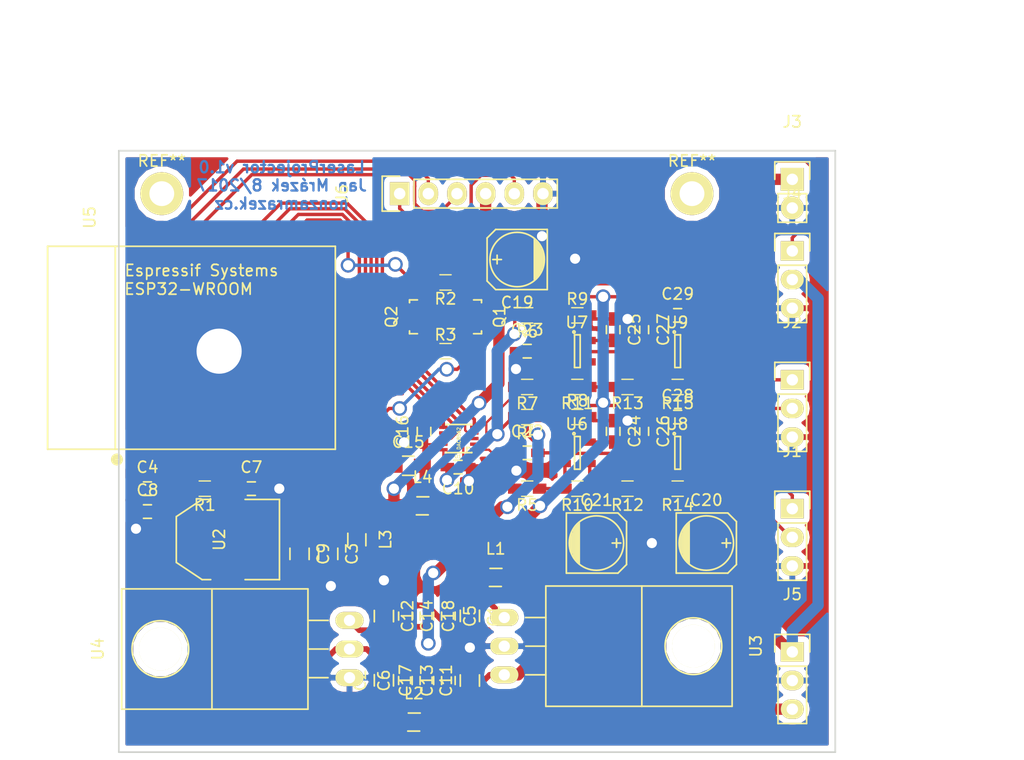
<source format=kicad_pcb>
(kicad_pcb (version 4) (host pcbnew 4.0.6-e0-6349~53~ubuntu16.04.1)
  (layers (0 F.Cu signal) (31 B.Cu signal) (34 B.Paste user) (35 F.Paste user) (36 B.SilkS user) (37 F.SilkS user) (38 B.Mask user) (39 F.Mask user) (44 Edge.Cuts user))
  (net 0 "")
  (net 1 "Net-(C1-Pad1)")
  (net 2 GND)
  (net 3 "Net-(C2-Pad2)")
  (net 4 "Net-(C3-Pad1)")
  (net 5 +3V3)
  (net 6 EN)
  (net 7 SIG_GROUND)
  (net 8 +9VA)
  (net 9 -9VA)
  (net 10 "Net-(C15-Pad2)")
  (net 11 +5V)
  (net 12 +15V)
  (net 13 -15V)
  (net 14 YPOS)
  (net 15 YNEG)
  (net 16 XPOS)
  (net 17 XNEG)
  (net 18 LASER)
  (net 19 DTR)
  (net 20 RX)
  (net 21 TX)
  (net 22 RTS)
  (net 23 "Net-(Q1-Pad1)")
  (net 24 "Net-(Q2-Pad1)")
  (net 25 BOOT)
  (net 26 "Net-(R4-Pad1)")
  (net 27 "Net-(R10-Pad2)")
  (net 28 YSIG)
  (net 29 "Net-(R6-Pad1)")
  (net 30 "Net-(R11-Pad2)")
  (net 31 XSIG)
  (net 32 "Net-(R12-Pad1)")
  (net 33 "Net-(R13-Pad1)")
  (net 34 LDAC)
  (net 35 CLR)
  (net 36 SYNC)
  (net 37 SCK)
  (net 38 DATA)
  (module Mounting_Holes:MountingHole_2.2mm_M2_DIN965_Pad (layer F.Cu) (at 166.37 62.23)
    (fp_text reference REF** (at 0 -2.9) (layer F.SilkS))
    (fp_text value MountingHole_2.2mm_M2_DIN965_Pad)
    (pad 1 thru_hole circle (at 0 0) (size 3.8 3.8) (drill 2.2) (layers *.Cu *.Mask F.SilkS))
  )
  (module Capacitors_SMD:C_0805_HandSoldering (layer F.Cu) (at 193.675 99.675 270)
    (fp_text reference C1 (at 0 -2.1 270) (layer F.SilkS))
    (fp_text value 10u)
    (pad 1 smd rect (at -1.25 0 270) (size 1.5 1.25) (layers F.Cu F.Paste F.Mask) (net 1 "Net-(C1-Pad1)"))
    (pad 2 smd rect (at 1.25 0 270) (size 1.5 1.25) (layers F.Cu F.Paste F.Mask) (net 2 GND))
  )
  (module Capacitors_SMD:C_0805_HandSoldering (layer F.Cu) (at 186.055 105.39 90)
    (fp_text reference C2 (at 0 -2.1 90) (layer F.SilkS))
    (fp_text value 10u)
    (pad 1 smd rect (at -1.25 0 90) (size 1.5 1.25) (layers F.Cu F.Paste F.Mask) (net 2 GND))
    (pad 2 smd rect (at 1.25 0 90) (size 1.5 1.25) (layers F.Cu F.Paste F.Mask) (net 3 "Net-(C2-Pad2)"))
  )
  (module Capacitors_SMD:C_0805_HandSoldering (layer F.Cu) (at 181.118307 94.173767 270)
    (fp_text reference C3 (at 0 -2.1 270) (layer F.SilkS))
    (fp_text value 10u)
    (pad 1 smd rect (at -1.25 0 270) (size 1.5 1.25) (layers F.Cu F.Paste F.Mask) (net 4 "Net-(C3-Pad1)"))
    (pad 2 smd rect (at 1.25 0 270) (size 1.5 1.25) (layers F.Cu F.Paste F.Mask) (net 2 GND))
  )
  (module Capacitors_SMD:C_0603_HandSoldering (layer F.Cu) (at 165.1 88.392)
    (fp_text reference C4 (at 0 -1.9) (layer F.SilkS))
    (fp_text value 470n)
    (pad 1 smd rect (at -0.95 0) (size 1.2 0.75) (layers F.Cu F.Paste F.Mask) (net 2 GND))
    (pad 2 smd rect (at 0.95 0) (size 1.2 0.75) (layers F.Cu F.Paste F.Mask) (net 5 +3V3))
  )
  (module Capacitors_SMD:C_0603_HandSoldering (layer F.Cu) (at 191.77 99.695 270)
    (fp_text reference C5 (at 0 -1.905 270) (layer F.SilkS))
    (fp_text value 100n)
    (pad 1 smd rect (at -0.95 0 270) (size 1.2 0.75) (layers F.Cu F.Paste F.Mask) (net 1 "Net-(C1-Pad1)"))
    (pad 2 smd rect (at 0.95 0 270) (size 1.2 0.75) (layers F.Cu F.Paste F.Mask) (net 2 GND))
  )
  (module Capacitors_SMD:C_0603_HandSoldering (layer F.Cu) (at 187.96 105.41 90)
    (fp_text reference C6 (at 0 -1.9 90) (layer F.SilkS))
    (fp_text value 100n)
    (pad 1 smd rect (at -0.95 0 90) (size 1.2 0.75) (layers F.Cu F.Paste F.Mask) (net 2 GND))
    (pad 2 smd rect (at 0.95 0 90) (size 1.2 0.75) (layers F.Cu F.Paste F.Mask) (net 3 "Net-(C2-Pad2)"))
  )
  (module Capacitors_SMD:C_0603_HandSoldering (layer F.Cu) (at 174.31 88.392)
    (fp_text reference C7 (at 0 -1.9) (layer F.SilkS))
    (fp_text value 1n)
    (pad 1 smd rect (at -0.95 0) (size 1.2 0.75) (layers F.Cu F.Paste F.Mask) (net 6 EN))
    (pad 2 smd rect (at 0.95 0) (size 1.2 0.75) (layers F.Cu F.Paste F.Mask) (net 2 GND))
  )
  (module Capacitors_SMD:C_0603_HandSoldering (layer F.Cu) (at 165.1 90.424)
    (fp_text reference C8 (at 0 -1.9) (layer F.SilkS))
    (fp_text value 100n)
    (pad 1 smd rect (at -0.95 0) (size 1.2 0.75) (layers F.Cu F.Paste F.Mask) (net 2 GND))
    (pad 2 smd rect (at 0.95 0) (size 1.2 0.75) (layers F.Cu F.Paste F.Mask) (net 5 +3V3))
  )
  (module Capacitors_SMD:C_0805_HandSoldering (layer F.Cu) (at 178.578307 94.173767 270)
    (fp_text reference C9 (at 0 -2.1 270) (layer F.SilkS))
    (fp_text value 10u)
    (pad 1 smd rect (at -1.25 0 270) (size 1.5 1.25) (layers F.Cu F.Paste F.Mask) (net 5 +3V3))
    (pad 2 smd rect (at 1.25 0 270) (size 1.5 1.25) (layers F.Cu F.Paste F.Mask) (net 2 GND))
  )
  (module Capacitors_SMD:C_0603_HandSoldering (layer F.Cu) (at 192.627631 86.481429 180)
    (fp_text reference C10 (at 0 -1.9 180) (layer F.SilkS))
    (fp_text value 150nF)
    (pad 1 smd rect (at -0.95 0 180) (size 1.2 0.75) (layers F.Cu F.Paste F.Mask) (net 2 GND))
    (pad 2 smd rect (at 0.95 0 180) (size 1.2 0.75) (layers F.Cu F.Paste F.Mask) (net 7 SIG_GROUND))
  )
  (module Capacitors_SMD:C_0805_HandSoldering (layer F.Cu) (at 193.675 105.41 90)
    (fp_text reference C11 (at 0 -2.1 90) (layer F.SilkS))
    (fp_text value 10u)
    (pad 1 smd rect (at -1.25 0 90) (size 1.5 1.25) (layers F.Cu F.Paste F.Mask) (net 8 +9VA))
    (pad 2 smd rect (at 1.25 0 90) (size 1.5 1.25) (layers F.Cu F.Paste F.Mask) (net 2 GND))
  )
  (module Capacitors_SMD:C_0805_HandSoldering (layer F.Cu) (at 186.055 99.695 270)
    (fp_text reference C12 (at 0 -2.1 270) (layer F.SilkS))
    (fp_text value 10u)
    (pad 1 smd rect (at -1.25 0 270) (size 1.5 1.25) (layers F.Cu F.Paste F.Mask) (net 2 GND))
    (pad 2 smd rect (at 1.25 0 270) (size 1.5 1.25) (layers F.Cu F.Paste F.Mask) (net 9 -9VA))
  )
  (module Capacitors_SMD:C_0603_HandSoldering (layer F.Cu) (at 191.77 105.41 90)
    (fp_text reference C13 (at 0 -1.9 90) (layer F.SilkS))
    (fp_text value 100n)
    (pad 1 smd rect (at -0.95 0 90) (size 1.2 0.75) (layers F.Cu F.Paste F.Mask) (net 8 +9VA))
    (pad 2 smd rect (at 0.95 0 90) (size 1.2 0.75) (layers F.Cu F.Paste F.Mask) (net 2 GND))
  )
  (module Capacitors_SMD:C_0603_HandSoldering (layer F.Cu) (at 187.96 99.695 270)
    (fp_text reference C14 (at 0 -1.9 270) (layer F.SilkS))
    (fp_text value 100n)
    (pad 1 smd rect (at -0.95 0 270) (size 1.2 0.75) (layers F.Cu F.Paste F.Mask) (net 2 GND))
    (pad 2 smd rect (at 0.95 0 270) (size 1.2 0.75) (layers F.Cu F.Paste F.Mask) (net 9 -9VA))
  )
  (module Capacitors_SMD:C_0805_HandSoldering (layer F.Cu) (at 188.214 86.36)
    (fp_text reference C15 (at 0 -2.1) (layer F.SilkS))
    (fp_text value 10u)
    (pad 1 smd rect (at -1.25 0) (size 1.5 1.25) (layers F.Cu F.Paste F.Mask) (net 2 GND))
    (pad 2 smd rect (at 1.25 0) (size 1.5 1.25) (layers F.Cu F.Paste F.Mask) (net 10 "Net-(C15-Pad2)"))
  )
  (module Capacitors_SMD:C_0603_HandSoldering (layer F.Cu) (at 189.611 83.312 90)
    (fp_text reference C16 (at 0 -1.9 90) (layer F.SilkS))
    (fp_text value 100n)
    (pad 1 smd rect (at -0.95 0 90) (size 1.2 0.75) (layers F.Cu F.Paste F.Mask) (net 10 "Net-(C15-Pad2)"))
    (pad 2 smd rect (at 0.95 0 90) (size 1.2 0.75) (layers F.Cu F.Paste F.Mask) (net 2 GND))
  )
  (module Capacitors_SMD:C_0603_HandSoldering (layer F.Cu) (at 189.865 105.41 90)
    (fp_text reference C17 (at 0 -1.9 90) (layer F.SilkS))
    (fp_text value 1n)
    (pad 1 smd rect (at -0.95 0 90) (size 1.2 0.75) (layers F.Cu F.Paste F.Mask) (net 8 +9VA))
    (pad 2 smd rect (at 0.95 0 90) (size 1.2 0.75) (layers F.Cu F.Paste F.Mask) (net 2 GND))
  )
  (module Capacitors_SMD:C_0603_HandSoldering (layer F.Cu) (at 189.865 99.695 270)
    (fp_text reference C18 (at 0 -1.9 270) (layer F.SilkS))
    (fp_text value 1n)
    (pad 1 smd rect (at -0.95 0 270) (size 1.2 0.75) (layers F.Cu F.Paste F.Mask) (net 2 GND))
    (pad 2 smd rect (at 0.95 0 270) (size 1.2 0.75) (layers F.Cu F.Paste F.Mask) (net 9 -9VA))
  )
  (module Capacitors_SMD:c_elec_5x5.7 (layer F.Cu) (at 197.866 68.072 180)
    (fp_text reference C19 (at 0 -3.81 180) (layer F.SilkS))
    (fp_text value 120u)
    (pad 1 smd rect (at 2.19964 0 180) (size 2.99974 1.6002) (layers F.Cu F.Paste F.Mask) (net 11 +5V))
    (pad 2 smd rect (at -2.19964 0 180) (size 2.99974 1.6002) (layers F.Cu F.Paste F.Mask) (net 2 GND))
  )
  (module Capacitors_SMD:c_elec_5x5.7 (layer F.Cu) (at 214.63 93.218)
    (fp_text reference C20 (at 0 -3.81) (layer F.SilkS))
    (fp_text value 120u)
    (pad 1 smd rect (at 2.19964 0) (size 2.99974 1.6002) (layers F.Cu F.Paste F.Mask) (net 12 +15V))
    (pad 2 smd rect (at -2.19964 0) (size 2.99974 1.6002) (layers F.Cu F.Paste F.Mask) (net 2 GND))
  )
  (module Capacitors_SMD:c_elec_5x5.7 (layer F.Cu) (at 204.89164 93.218)
    (fp_text reference C21 (at 0 -3.81) (layer F.SilkS))
    (fp_text value 120u)
    (pad 1 smd rect (at 2.19964 0) (size 2.99974 1.6002) (layers F.Cu F.Paste F.Mask) (net 2 GND))
    (pad 2 smd rect (at -2.19964 0) (size 2.99974 1.6002) (layers F.Cu F.Paste F.Mask) (net 13 -15V))
  )
  (module Capacitors_SMD:C_0603_HandSoldering (layer F.Cu) (at 198.755 85.217)
    (fp_text reference C22 (at 0 -1.9) (layer F.SilkS))
    (fp_text value 100n)
    (pad 1 smd rect (at -0.95 0) (size 1.2 0.75) (layers F.Cu F.Paste F.Mask) (net 2 GND))
    (pad 2 smd rect (at 0.95 0) (size 1.2 0.75) (layers F.Cu F.Paste F.Mask) (net 9 -9VA))
  )
  (module Capacitors_SMD:C_0603_HandSoldering (layer F.Cu) (at 198.755 76.2)
    (fp_text reference C23 (at 0 -1.9) (layer F.SilkS))
    (fp_text value 100n)
    (pad 1 smd rect (at -0.95 0) (size 1.2 0.75) (layers F.Cu F.Paste F.Mask) (net 2 GND))
    (pad 2 smd rect (at 0.95 0) (size 1.2 0.75) (layers F.Cu F.Paste F.Mask) (net 9 -9VA))
  )
  (module Capacitors_SMD:C_0603_HandSoldering (layer F.Cu) (at 206.375 83.312 270)
    (fp_text reference C24 (at 0 -1.9 270) (layer F.SilkS))
    (fp_text value 100n)
    (pad 1 smd rect (at -0.95 0 270) (size 1.2 0.75) (layers F.Cu F.Paste F.Mask) (net 2 GND))
    (pad 2 smd rect (at 0.95 0 270) (size 1.2 0.75) (layers F.Cu F.Paste F.Mask) (net 8 +9VA))
  )
  (module Capacitors_SMD:C_0603_HandSoldering (layer F.Cu) (at 206.375 74.295 270)
    (fp_text reference C25 (at 0 -1.9 270) (layer F.SilkS))
    (fp_text value 100n)
    (pad 1 smd rect (at -0.95 0 270) (size 1.2 0.75) (layers F.Cu F.Paste F.Mask) (net 2 GND))
    (pad 2 smd rect (at 0.95 0 270) (size 1.2 0.75) (layers F.Cu F.Paste F.Mask) (net 8 +9VA))
  )
  (module Capacitors_SMD:C_0603_HandSoldering (layer F.Cu) (at 208.915 83.312 270)
    (fp_text reference C26 (at 0 -1.9 270) (layer F.SilkS))
    (fp_text value 100n)
    (pad 1 smd rect (at -0.95 0 270) (size 1.2 0.75) (layers F.Cu F.Paste F.Mask) (net 2 GND))
    (pad 2 smd rect (at 0.95 0 270) (size 1.2 0.75) (layers F.Cu F.Paste F.Mask) (net 9 -9VA))
  )
  (module Capacitors_SMD:C_0603_HandSoldering (layer F.Cu) (at 208.915 74.295 270)
    (fp_text reference C27 (at 0 -1.9 270) (layer F.SilkS))
    (fp_text value 100n)
    (pad 1 smd rect (at -0.95 0 270) (size 1.2 0.75) (layers F.Cu F.Paste F.Mask) (net 2 GND))
    (pad 2 smd rect (at 0.95 0 270) (size 1.2 0.75) (layers F.Cu F.Paste F.Mask) (net 9 -9VA))
  )
  (module Capacitors_SMD:C_0603_HandSoldering (layer F.Cu) (at 212.09 82.042)
    (fp_text reference C28 (at 0 -1.9) (layer F.SilkS))
    (fp_text value 100n)
    (pad 1 smd rect (at -0.95 0) (size 1.2 0.75) (layers F.Cu F.Paste F.Mask) (net 2 GND))
    (pad 2 smd rect (at 0.95 0) (size 1.2 0.75) (layers F.Cu F.Paste F.Mask) (net 8 +9VA))
  )
  (module Capacitors_SMD:C_0603_HandSoldering (layer F.Cu) (at 212.09 73.025)
    (fp_text reference C29 (at 0 -1.9) (layer F.SilkS))
    (fp_text value 100n)
    (pad 1 smd rect (at -0.95 0) (size 1.2 0.75) (layers F.Cu F.Paste F.Mask) (net 2 GND))
    (pad 2 smd rect (at 0.95 0) (size 1.2 0.75) (layers F.Cu F.Paste F.Mask) (net 8 +9VA))
  )
  (module Pin_Headers:Pin_Header_Straight_1x03 (layer F.Cu) (at 222.25 90.17)
    (fp_text reference J1 (at 0 -5.1) (layer F.SilkS))
    (fp_text value Y)
    (pad 1 thru_hole rect (at 0 0) (size 2.032 1.7272) (drill 1.016) (layers *.Cu *.Mask F.SilkS) (net 15 YNEG))
    (pad 2 thru_hole oval (at 0 2.54) (size 2.032 1.7272) (drill 1.016) (layers *.Cu *.Mask F.SilkS) (net 14 YPOS))
    (pad 3 thru_hole oval (at 0 5.08) (size 2.032 1.7272) (drill 1.016) (layers *.Cu *.Mask F.SilkS) (net 2 GND))
  )
  (module Pin_Headers:Pin_Header_Straight_1x03 (layer F.Cu) (at 222.25 78.74)
    (fp_text reference J2 (at 0 -5.1) (layer F.SilkS))
    (fp_text value X)
    (pad 1 thru_hole rect (at 0 0) (size 2.032 1.7272) (drill 1.016) (layers *.Cu *.Mask F.SilkS) (net 17 XNEG))
    (pad 2 thru_hole oval (at 0 2.54) (size 2.032 1.7272) (drill 1.016) (layers *.Cu *.Mask F.SilkS) (net 16 XPOS))
    (pad 3 thru_hole oval (at 0 5.08) (size 2.032 1.7272) (drill 1.016) (layers *.Cu *.Mask F.SilkS) (net 2 GND))
  )
  (module Pin_Headers:Pin_Header_Straight_1x02 (layer F.Cu) (at 222.25 60.96)
    (fp_text reference J3 (at 0 -5.1) (layer F.SilkS))
    (fp_text value PWR_5)
    (pad 1 thru_hole rect (at 0 0) (size 2.032 2.032) (drill 1.016) (layers *.Cu *.Mask F.SilkS) (net 11 +5V))
    (pad 2 thru_hole oval (at 0 2.54) (size 2.032 2.032) (drill 1.016) (layers *.Cu *.Mask F.SilkS) (net 2 GND))
  )
  (module Pin_Headers:Pin_Header_Straight_1x03 (layer F.Cu) (at 222.25 67.31)
    (fp_text reference J4 (at 0 -5.1) (layer F.SilkS))
    (fp_text value LASER)
    (pad 1 thru_hole rect (at 0 0) (size 2.032 1.7272) (drill 1.016) (layers *.Cu *.Mask F.SilkS) (net 18 LASER))
    (pad 2 thru_hole oval (at 0 2.54) (size 2.032 1.7272) (drill 1.016) (layers *.Cu *.Mask F.SilkS) (net 12 +15V))
    (pad 3 thru_hole oval (at 0 5.08) (size 2.032 1.7272) (drill 1.016) (layers *.Cu *.Mask F.SilkS) (net 2 GND))
  )
  (module Pin_Headers:Pin_Header_Straight_1x03 (layer F.Cu) (at 222.25 102.87)
    (fp_text reference J5 (at 0 -5.1) (layer F.SilkS))
    (fp_text value PWR_15)
    (pad 1 thru_hole rect (at 0 0) (size 2.032 1.7272) (drill 1.016) (layers *.Cu *.Mask F.SilkS) (net 12 +15V))
    (pad 2 thru_hole oval (at 0 2.54) (size 2.032 1.7272) (drill 1.016) (layers *.Cu *.Mask F.SilkS) (net 2 GND))
    (pad 3 thru_hole oval (at 0 5.08) (size 2.032 1.7272) (drill 1.016) (layers *.Cu *.Mask F.SilkS) (net 13 -15V))
  )
  (module Pin_Headers:Pin_Header_Straight_1x06 (layer F.Cu) (at 187.452 62.23 90)
    (fp_text reference J6 (at 0 -5.1 90) (layer F.SilkS))
    (fp_text value FTDI)
    (pad 1 thru_hole rect (at 0 0 90) (size 2.032 1.7272) (drill 1.016) (layers *.Cu *.Mask F.SilkS) (net 19 DTR))
    (pad 2 thru_hole oval (at 0 2.54 90) (size 2.032 1.7272) (drill 1.016) (layers *.Cu *.Mask F.SilkS) (net 20 RX))
    (pad 3 thru_hole oval (at 0 5.08 90) (size 2.032 1.7272) (drill 1.016) (layers *.Cu *.Mask F.SilkS) (net 21 TX))
    (pad 4 thru_hole oval (at 0 7.62 90) (size 2.032 1.7272) (drill 1.016) (layers *.Cu *.Mask F.SilkS) (net 11 +5V))
    (pad 5 thru_hole oval (at 0 10.16 90) (size 2.032 1.7272) (drill 1.016) (layers *.Cu *.Mask F.SilkS) (net 22 RTS))
    (pad 6 thru_hole oval (at 0 12.7 90) (size 2.032 1.7272) (drill 1.016) (layers *.Cu *.Mask F.SilkS) (net 2 GND))
  )
  (module Choke_SMD:Choke_SMD_1206_Handsoldering (layer F.Cu) (at 195.961 96.266)
    (fp_text reference L1 (at 0 -2.54) (layer F.SilkS))
    (fp_text value 33uH)
    (pad 1 smd rect (at -2.30124 0) (size 2.59842 1.19888) (layers F.Cu F.Paste F.Mask) (net 1 "Net-(C1-Pad1)"))
    (pad 2 smd rect (at 2.30124 0) (size 2.60096 1.19888) (layers F.Cu F.Paste F.Mask) (net 12 +15V))
  )
  (module Choke_SMD:Choke_SMD_1206_Handsoldering (layer F.Cu) (at 188.722 109.093)
    (fp_text reference L2 (at 0 -2.54) (layer F.SilkS))
    (fp_text value 33uH)
    (pad 1 smd rect (at -2.30124 0) (size 2.59842 1.19888) (layers F.Cu F.Paste F.Mask) (net 3 "Net-(C2-Pad2)"))
    (pad 2 smd rect (at 2.30124 0) (size 2.60096 1.19888) (layers F.Cu F.Paste F.Mask) (net 13 -15V))
  )
  (module Choke_SMD:Choke_SMD_1206_Handsoldering (layer F.Cu) (at 183.658307 92.903767 270)
    (fp_text reference L3 (at 0 -2.54 270) (layer F.SilkS))
    (fp_text value 33uH)
    (pad 1 smd rect (at -2.30124 0 270) (size 2.59842 1.19888) (layers F.Cu F.Paste F.Mask) (net 4 "Net-(C3-Pad1)"))
    (pad 2 smd rect (at 2.30124 0 270) (size 2.60096 1.19888) (layers F.Cu F.Paste F.Mask) (net 11 +5V))
  )
  (module Choke_SMD:Choke_SMD_1206_Handsoldering (layer F.Cu) (at 189.484 89.916)
    (fp_text reference L4 (at 0 -2.54) (layer F.SilkS))
    (fp_text value 33uH)
    (pad 1 smd rect (at -2.30124 0) (size 2.59842 1.19888) (layers F.Cu F.Paste F.Mask) (net 11 +5V))
    (pad 2 smd rect (at 2.30124 0) (size 2.60096 1.19888) (layers F.Cu F.Paste F.Mask) (net 10 "Net-(C15-Pad2)"))
  )
  (module TO_SOT_Packages_SMD:SOT-23 (layer F.Cu) (at 194.056 73.152 270)
    (fp_text reference Q1 (at 0 -2.25 270) (layer F.SilkS))
    (fp_text value BC817)
    (pad 1 smd rect (at -0.95 1.00076 270) (size 0.8001 0.8001) (layers F.Cu F.Paste F.Mask) (net 23 "Net-(Q1-Pad1)"))
    (pad 2 smd rect (at 0.95 1.00076 270) (size 0.8001 0.8001) (layers F.Cu F.Paste F.Mask) (net 22 RTS))
    (pad 3 smd rect (at 0 -0.99822 270) (size 0.8001 0.8001) (layers F.Cu F.Paste F.Mask) (net 6 EN))
  )
  (module TO_SOT_Packages_SMD:SOT-23 (layer F.Cu) (at 188.976 73.152 90)
    (fp_text reference Q2 (at 0 -2.25 90) (layer F.SilkS))
    (fp_text value BC817)
    (pad 1 smd rect (at -0.95 1.00076 90) (size 0.8001 0.8001) (layers F.Cu F.Paste F.Mask) (net 24 "Net-(Q2-Pad1)"))
    (pad 2 smd rect (at 0.95 1.00076 90) (size 0.8001 0.8001) (layers F.Cu F.Paste F.Mask) (net 19 DTR))
    (pad 3 smd rect (at 0 -0.99822 90) (size 0.8001 0.8001) (layers F.Cu F.Paste F.Mask) (net 25 BOOT))
  )
  (module Resistors_SMD:R_0603_HandSoldering (layer F.Cu) (at 170.18 88.392 180)
    (fp_text reference R1 (at 0 -1.45 180) (layer F.SilkS))
    (fp_text value 10k)
    (pad 1 smd rect (at -1.1 0 180) (size 1.2 0.9) (layers F.Cu F.Paste F.Mask) (net 6 EN))
    (pad 2 smd rect (at 1.1 0 180) (size 1.2 0.9) (layers F.Cu F.Paste F.Mask) (net 5 +3V3))
  )
  (module Resistors_SMD:R_0603_HandSoldering (layer F.Cu) (at 191.516 70.104 180)
    (fp_text reference R2 (at 0 -1.45 180) (layer F.SilkS))
    (fp_text value 10k)
    (pad 1 smd rect (at -1.1 0 180) (size 1.2 0.9) (layers F.Cu F.Paste F.Mask) (net 23 "Net-(Q1-Pad1)"))
    (pad 2 smd rect (at 1.1 0 180) (size 1.2 0.9) (layers F.Cu F.Paste F.Mask) (net 19 DTR))
  )
  (module Resistors_SMD:R_0603_HandSoldering (layer F.Cu) (at 191.516 76.2)
    (fp_text reference R3 (at 0 -1.45) (layer F.SilkS))
    (fp_text value 10k)
    (pad 1 smd rect (at -1.1 0) (size 1.2 0.9) (layers F.Cu F.Paste F.Mask) (net 24 "Net-(Q2-Pad1)"))
    (pad 2 smd rect (at 1.1 0) (size 1.2 0.9) (layers F.Cu F.Paste F.Mask) (net 22 RTS))
  )
  (module Resistors_SMD:R_0603_HandSoldering (layer F.Cu) (at 198.755 82.042 180)
    (fp_text reference R4 (at 0 -1.45 180) (layer F.SilkS))
    (fp_text value 10k)
    (pad 1 smd rect (at -1.1 0 180) (size 1.2 0.9) (layers F.Cu F.Paste F.Mask) (net 26 "Net-(R4-Pad1)"))
    (pad 2 smd rect (at 1.1 0 180) (size 1.2 0.9) (layers F.Cu F.Paste F.Mask) (net 7 SIG_GROUND))
  )
  (module Resistors_SMD:R_0603_HandSoldering (layer F.Cu) (at 198.755 88.392 180)
    (fp_text reference R5 (at 0 -1.45 180) (layer F.SilkS))
    (fp_text value 10k)
    (pad 1 smd rect (at -1.1 0 180) (size 1.2 0.9) (layers F.Cu F.Paste F.Mask) (net 27 "Net-(R10-Pad2)"))
    (pad 2 smd rect (at 1.1 0 180) (size 1.2 0.9) (layers F.Cu F.Paste F.Mask) (net 28 YSIG))
  )
  (module Resistors_SMD:R_0603_HandSoldering (layer F.Cu) (at 198.755 73.025 180)
    (fp_text reference R6 (at 0 -1.45 180) (layer F.SilkS))
    (fp_text value 10k)
    (pad 1 smd rect (at -1.1 0 180) (size 1.2 0.9) (layers F.Cu F.Paste F.Mask) (net 29 "Net-(R6-Pad1)"))
    (pad 2 smd rect (at 1.1 0 180) (size 1.2 0.9) (layers F.Cu F.Paste F.Mask) (net 7 SIG_GROUND))
  )
  (module Resistors_SMD:R_0603_HandSoldering (layer F.Cu) (at 198.755 79.375 180)
    (fp_text reference R7 (at 0 -1.45 180) (layer F.SilkS))
    (fp_text value 10k)
    (pad 1 smd rect (at -1.1 0 180) (size 1.2 0.9) (layers F.Cu F.Paste F.Mask) (net 30 "Net-(R11-Pad2)"))
    (pad 2 smd rect (at 1.1 0 180) (size 1.2 0.9) (layers F.Cu F.Paste F.Mask) (net 31 XSIG))
  )
  (module Resistors_SMD:R_0603_HandSoldering (layer F.Cu) (at 203.2 82.042)
    (fp_text reference R8 (at 0 -1.45) (layer F.SilkS))
    (fp_text value 20k)
    (pad 1 smd rect (at -1.1 0) (size 1.2 0.9) (layers F.Cu F.Paste F.Mask) (net 26 "Net-(R4-Pad1)"))
    (pad 2 smd rect (at 1.1 0) (size 1.2 0.9) (layers F.Cu F.Paste F.Mask) (net 2 GND))
  )
  (module Resistors_SMD:R_0603_HandSoldering (layer F.Cu) (at 203.2 73.025)
    (fp_text reference R9 (at 0 -1.45) (layer F.SilkS))
    (fp_text value 20k)
    (pad 1 smd rect (at -1.1 0) (size 1.2 0.9) (layers F.Cu F.Paste F.Mask) (net 29 "Net-(R6-Pad1)"))
    (pad 2 smd rect (at 1.1 0) (size 1.2 0.9) (layers F.Cu F.Paste F.Mask) (net 2 GND))
  )
  (module Resistors_SMD:R_0603_HandSoldering (layer F.Cu) (at 203.2 88.392 180)
    (fp_text reference R10 (at 0 -1.45 180) (layer F.SilkS))
    (fp_text value 20k)
    (pad 1 smd rect (at -1.1 0 180) (size 1.2 0.9) (layers F.Cu F.Paste F.Mask) (net 14 YPOS))
    (pad 2 smd rect (at 1.1 0 180) (size 1.2 0.9) (layers F.Cu F.Paste F.Mask) (net 27 "Net-(R10-Pad2)"))
  )
  (module Resistors_SMD:R_0603_HandSoldering (layer F.Cu) (at 203.2 79.375 180)
    (fp_text reference R11 (at 0 -1.45 180) (layer F.SilkS))
    (fp_text value 20k)
    (pad 1 smd rect (at -1.1 0 180) (size 1.2 0.9) (layers F.Cu F.Paste F.Mask) (net 16 XPOS))
    (pad 2 smd rect (at 1.1 0 180) (size 1.2 0.9) (layers F.Cu F.Paste F.Mask) (net 30 "Net-(R11-Pad2)"))
  )
  (module Resistors_SMD:R_0603_HandSoldering (layer F.Cu) (at 207.645 88.392 180)
    (fp_text reference R12 (at 0 -1.45 180) (layer F.SilkS))
    (fp_text value 20k)
    (pad 1 smd rect (at -1.1 0 180) (size 1.2 0.9) (layers F.Cu F.Paste F.Mask) (net 32 "Net-(R12-Pad1)"))
    (pad 2 smd rect (at 1.1 0 180) (size 1.2 0.9) (layers F.Cu F.Paste F.Mask) (net 14 YPOS))
  )
  (module Resistors_SMD:R_0603_HandSoldering (layer F.Cu) (at 207.645 79.375 180)
    (fp_text reference R13 (at 0 -1.45 180) (layer F.SilkS))
    (fp_text value 20k)
    (pad 1 smd rect (at -1.1 0 180) (size 1.2 0.9) (layers F.Cu F.Paste F.Mask) (net 33 "Net-(R13-Pad1)"))
    (pad 2 smd rect (at 1.1 0 180) (size 1.2 0.9) (layers F.Cu F.Paste F.Mask) (net 16 XPOS))
  )
  (module Resistors_SMD:R_0603_HandSoldering (layer F.Cu) (at 212.09 88.392 180)
    (fp_text reference R14 (at 0 -1.45 180) (layer F.SilkS))
    (fp_text value 20k)
    (pad 1 smd rect (at -1.1 0 180) (size 1.2 0.9) (layers F.Cu F.Paste F.Mask) (net 15 YNEG))
    (pad 2 smd rect (at 1.1 0 180) (size 1.2 0.9) (layers F.Cu F.Paste F.Mask) (net 32 "Net-(R12-Pad1)"))
  )
  (module Resistors_SMD:R_0603_HandSoldering (layer F.Cu) (at 212.09 79.375 180)
    (fp_text reference R15 (at 0 -1.45 180) (layer F.SilkS))
    (fp_text value 20k)
    (pad 1 smd rect (at -1.1 0 180) (size 1.2 0.9) (layers F.Cu F.Paste F.Mask) (net 17 XNEG))
    (pad 2 smd rect (at 1.1 0 180) (size 1.2 0.9) (layers F.Cu F.Paste F.Mask) (net 33 "Net-(R13-Pad1)"))
  )
  (module yaqwsx:VSSOP10 (layer F.Cu) (at 192.627631 83.941429 180)
    (fp_text reference U1 (at 0 -1.6 180) (layer F.SilkS) (effects (font (size 0.29972 0.29972) (thickness 0.0635))))
    (fp_text value DAC8562 (at -0.067408 0 450) (layer F.SilkS) (effects (font (size 0.29972 0.29972) (thickness 0.0635))))
    (pad 2 smd rect (at -1.441548 -0.509254 270) (size 0.29972 0.7493) (layers F.Cu F.Paste F.Mask) (net 31 XSIG))
    (pad 3 smd rect (at -1.441548 -0.008874 270) (size 0.29972 0.7493) (layers F.Cu F.Paste F.Mask) (net 2 GND))
    (pad 4 smd rect (at -1.441548 0.488966 270) (size 0.29972 0.7493) (layers F.Cu F.Paste F.Mask) (net 34 LDAC))
    (pad 5 smd rect (at -1.441548 0.989346 270) (size 0.29972 0.7493) (layers F.Cu F.Paste F.Mask) (net 35 CLR))
    (pad 6 smd rect (at 1.306732 0.989346 90) (size 0.29972 0.7493) (layers F.Cu F.Paste F.Mask) (net 36 SYNC))
    (pad 7 smd rect (at 1.306732 0.488966 90) (size 0.29972 0.7493) (layers F.Cu F.Paste F.Mask) (net 37 SCK))
    (pad 8 smd rect (at 1.306732 -0.008874 90) (size 0.29972 0.7493) (layers F.Cu F.Paste F.Mask) (net 38 DATA))
    (pad 9 smd rect (at 1.306732 -0.509254 90) (size 0.29972 0.7493) (layers F.Cu F.Paste F.Mask) (net 10 "Net-(C15-Pad2)"))
    (pad 1 smd rect (at -1.441548 -1 270) (size 0.29972 0.7493) (layers F.Cu F.Paste F.Mask) (net 28 YSIG))
    (pad 10 smd rect (at 1.3 -1 270) (size 0.29972 0.7493) (layers F.Cu F.Paste F.Mask) (net 7 SIG_GROUND))
  )
  (module TO_SOT_Packages_SMD:SOT-223 (layer F.Cu) (at 172.228307 92.903767 90)
    (fp_text reference U2 (at 0 -0.762 90) (layer F.SilkS))
    (fp_text value AP1117)
    (pad 4 smd rect (at 0 -3.302 90) (size 3.6576 2.032) (layers F.Cu F.Paste F.Mask) (net 5 +3V3))
    (pad 2 smd rect (at 0 3.302 90) (size 1.016 2.032) (layers F.Cu F.Paste F.Mask) (net 5 +3V3))
    (pad 3 smd rect (at 2.286 3.302 90) (size 1.016 2.032) (layers F.Cu F.Paste F.Mask) (net 4 "Net-(C3-Pad1)"))
    (pad 1 smd rect (at -2.286 3.302 90) (size 1.016 2.032) (layers F.Cu F.Paste F.Mask) (net 2 GND))
  )
  (module TO_SOT_Packages_THT:TO-220_Neutral123_Horizontal (layer F.Cu) (at 196.723 102.362 270)
    (fp_text reference U3 (at 0 -22.3012 270) (layer F.SilkS))
    (fp_text value LM7809CT)
    (pad 2 thru_hole oval (at 0 0) (size 2.49936 1.50114) (drill 1.00076) (layers *.Cu *.Mask F.SilkS) (net 2 GND))
    (pad 1 thru_hole oval (at -2.54 0) (size 2.49936 1.50114) (drill 1.00076) (layers *.Cu *.Mask F.SilkS) (net 1 "Net-(C1-Pad1)"))
    (pad 3 thru_hole oval (at 2.54 0) (size 2.49936 1.50114) (drill 1.00076) (layers *.Cu *.Mask F.SilkS) (net 8 +9VA))
    (pad "" np_thru_hole circle (at 0 -16.764) (size 3.79984 3.79984) (drill 3.79984) (layers *.Cu *.Mask F.SilkS))
  )
  (module TO_SOT_Packages_THT:TO-220_Neutral123_Horizontal (layer F.Cu) (at 183.007 102.616 90)
    (fp_text reference U4 (at 0 -22.3012 90) (layer F.SilkS))
    (fp_text value LM7909CT)
    (pad 2 thru_hole oval (at 0 0 180) (size 2.49936 1.50114) (drill 1.00076) (layers *.Cu *.Mask F.SilkS) (net 3 "Net-(C2-Pad2)"))
    (pad 1 thru_hole oval (at -2.54 0 180) (size 2.49936 1.50114) (drill 1.00076) (layers *.Cu *.Mask F.SilkS) (net 2 GND))
    (pad 3 thru_hole oval (at 2.54 0 180) (size 2.49936 1.50114) (drill 1.00076) (layers *.Cu *.Mask F.SilkS) (net 9 -9VA))
    (pad "" np_thru_hole circle (at 0 -16.764 180) (size 3.79984 3.79984) (drill 3.79984) (layers *.Cu *.Mask F.SilkS))
  )
  (module ESP32-footprints-Lib:ESP32-WROOM (layer F.Cu) (at 169 75.9 270)
    (fp_text reference U5 (at -11.557 9.017 270) (layer F.SilkS))
    (fp_text value ESP32-WROOM)
    (fp_text user "Espressif Systems" (at -6.858 -0.889 360) (layer F.SilkS))
    (fp_text user ESP32-WROOM (at -5.207 0.254 360) (layer F.SilkS))
    (pad 38 smd oval (at -9 5.25 270) (size 2.5 0.9) (layers F.Cu F.Paste F.Mask) (net 2 GND))
    (pad 37 smd oval (at -9 3.98 270) (size 2.5 0.9) (layers F.Cu F.Paste F.Mask))
    (pad 36 smd oval (at -9 2.71 270) (size 2.5 0.9) (layers F.Cu F.Paste F.Mask) (net 18 LASER))
    (pad 35 smd oval (at -9 1.44 270) (size 2.5 0.9) (layers F.Cu F.Paste F.Mask) (net 20 RX))
    (pad 34 smd oval (at -9 0.17 270) (size 2.5 0.9) (layers F.Cu F.Paste F.Mask) (net 21 TX))
    (pad 33 smd oval (at -9 -1.1 270) (size 2.5 0.9) (layers F.Cu F.Paste F.Mask))
    (pad 32 smd oval (at -9 -2.37 270) (size 2.5 0.9) (layers F.Cu F.Paste F.Mask))
    (pad 31 smd oval (at -9 -3.64 270) (size 2.5 0.9) (layers F.Cu F.Paste F.Mask))
    (pad 30 smd oval (at -9 -4.91 270) (size 2.5 0.9) (layers F.Cu F.Paste F.Mask) (net 35 CLR))
    (pad 29 smd oval (at -9 -6.18 270) (size 2.5 0.9) (layers F.Cu F.Paste F.Mask) (net 34 LDAC))
    (pad 28 smd oval (at -9 -7.45 270) (size 2.5 0.9) (layers F.Cu F.Paste F.Mask) (net 38 DATA))
    (pad 27 smd oval (at -9 -8.72 270) (size 2.5 0.9) (layers F.Cu F.Paste F.Mask) (net 37 SCK))
    (pad 26 smd oval (at -9 -9.99 270) (size 2.5 0.9) (layers F.Cu F.Paste F.Mask) (net 36 SYNC))
    (pad 25 smd oval (at -9 -11.26 270) (size 2.5 0.9) (layers F.Cu F.Paste F.Mask) (net 25 BOOT))
    (pad 24 smd oval (at -5.715 -12.75 270) (size 0.9 2.5) (layers F.Cu F.Paste F.Mask))
    (pad 23 smd oval (at -4.445 -12.75 270) (size 0.9 2.5) (layers F.Cu F.Paste F.Mask))
    (pad 22 smd oval (at -3.175 -12.75 270) (size 0.9 2.5) (layers F.Cu F.Paste F.Mask))
    (pad 21 smd oval (at -1.905 -12.75 270) (size 0.9 2.5) (layers F.Cu F.Paste F.Mask))
    (pad 20 smd oval (at -0.635 -12.75 270) (size 0.9 2.5) (layers F.Cu F.Paste F.Mask))
    (pad 19 smd oval (at 0.635 -12.75 270) (size 0.9 2.5) (layers F.Cu F.Paste F.Mask))
    (pad 18 smd oval (at 1.905 -12.75 270) (size 0.9 2.5) (layers F.Cu F.Paste F.Mask))
    (pad 17 smd oval (at 3.175 -12.75 270) (size 0.9 2.5) (layers F.Cu F.Paste F.Mask))
    (pad 16 smd oval (at 4.445 -12.75 270) (size 0.9 2.5) (layers F.Cu F.Paste F.Mask))
    (pad 15 smd oval (at 5.715 -12.75 270) (size 0.9 2.5) (layers F.Cu F.Paste F.Mask) (net 2 GND))
    (pad 14 smd oval (at 9 -11.26 270) (size 2.5 0.9) (layers F.Cu F.Paste F.Mask))
    (pad 13 smd oval (at 9 -9.99 270) (size 2.5 0.9) (layers F.Cu F.Paste F.Mask))
    (pad 12 smd oval (at 9 -8.72 270) (size 2.5 0.9) (layers F.Cu F.Paste F.Mask))
    (pad 11 smd oval (at 9 -7.45 270) (size 2.5 0.9) (layers F.Cu F.Paste F.Mask))
    (pad 10 smd oval (at 9 -6.18 270) (size 2.5 0.9) (layers F.Cu F.Paste F.Mask))
    (pad 9 smd oval (at 9 -4.91 270) (size 2.5 0.9) (layers F.Cu F.Paste F.Mask))
    (pad 8 smd oval (at 9 -3.64 270) (size 2.5 0.9) (layers F.Cu F.Paste F.Mask))
    (pad 7 smd oval (at 9 -2.37 270) (size 2.5 0.9) (layers F.Cu F.Paste F.Mask))
    (pad 6 smd oval (at 9 -1.1 270) (size 2.5 0.9) (layers F.Cu F.Paste F.Mask))
    (pad 5 smd oval (at 9 0.17 270) (size 2.5 0.9) (layers F.Cu F.Paste F.Mask))
    (pad 4 smd oval (at 9 1.44 270) (size 2.5 0.9) (layers F.Cu F.Paste F.Mask))
    (pad 3 smd oval (at 9 2.71 270) (size 2.5 0.9) (layers F.Cu F.Paste F.Mask) (net 6 EN))
    (pad 2 smd oval (at 9 3.98 270) (size 2.5 0.9) (layers F.Cu F.Paste F.Mask) (net 5 +3V3))
    (pad 1 smd oval (at 9 5.25 270) (size 2.5 0.9) (layers F.Cu F.Paste F.Mask) (net 2 GND))
    (pad 39 smd rect (at 0.3 -2.45 270) (size 6 6) (layers F.Cu F.Paste F.Mask) (net 2 GND))
  )
  (module TO_SOT_Packages_SMD:SOT-23-5 (layer F.Cu) (at 203.2 85.217)
    (fp_text reference U6 (at -0.05 -2.55) (layer F.SilkS))
    (fp_text value MIC920)
    (pad 1 smd rect (at -1.1 -0.95) (size 1.06 0.65) (layers F.Cu F.Paste F.Mask) (net 26 "Net-(R4-Pad1)"))
    (pad 2 smd rect (at -1.1 0) (size 1.06 0.65) (layers F.Cu F.Paste F.Mask) (net 9 -9VA))
    (pad 3 smd rect (at -1.1 0.95) (size 1.06 0.65) (layers F.Cu F.Paste F.Mask) (net 27 "Net-(R10-Pad2)"))
    (pad 4 smd rect (at 1.1 0.95) (size 1.06 0.65) (layers F.Cu F.Paste F.Mask) (net 14 YPOS))
    (pad 5 smd rect (at 1.1 -0.95) (size 1.06 0.65) (layers F.Cu F.Paste F.Mask) (net 8 +9VA))
  )
  (module TO_SOT_Packages_SMD:SOT-23-5 (layer F.Cu) (at 203.2 76.2)
    (fp_text reference U7 (at -0.05 -2.55) (layer F.SilkS))
    (fp_text value MIC920)
    (pad 1 smd rect (at -1.1 -0.95) (size 1.06 0.65) (layers F.Cu F.Paste F.Mask) (net 29 "Net-(R6-Pad1)"))
    (pad 2 smd rect (at -1.1 0) (size 1.06 0.65) (layers F.Cu F.Paste F.Mask) (net 9 -9VA))
    (pad 3 smd rect (at -1.1 0.95) (size 1.06 0.65) (layers F.Cu F.Paste F.Mask) (net 30 "Net-(R11-Pad2)"))
    (pad 4 smd rect (at 1.1 0.95) (size 1.06 0.65) (layers F.Cu F.Paste F.Mask) (net 16 XPOS))
    (pad 5 smd rect (at 1.1 -0.95) (size 1.06 0.65) (layers F.Cu F.Paste F.Mask) (net 8 +9VA))
  )
  (module TO_SOT_Packages_SMD:SOT-23-5 (layer F.Cu) (at 212.09 85.217)
    (fp_text reference U8 (at -0.05 -2.55) (layer F.SilkS))
    (fp_text value MIC920)
    (pad 1 smd rect (at -1.1 -0.95) (size 1.06 0.65) (layers F.Cu F.Paste F.Mask) (net 2 GND))
    (pad 2 smd rect (at -1.1 0) (size 1.06 0.65) (layers F.Cu F.Paste F.Mask) (net 9 -9VA))
    (pad 3 smd rect (at -1.1 0.95) (size 1.06 0.65) (layers F.Cu F.Paste F.Mask) (net 32 "Net-(R12-Pad1)"))
    (pad 4 smd rect (at 1.1 0.95) (size 1.06 0.65) (layers F.Cu F.Paste F.Mask) (net 15 YNEG))
    (pad 5 smd rect (at 1.1 -0.95) (size 1.06 0.65) (layers F.Cu F.Paste F.Mask) (net 8 +9VA))
  )
  (module TO_SOT_Packages_SMD:SOT-23-5 (layer F.Cu) (at 212.09 76.2)
    (fp_text reference U9 (at -0.05 -2.55) (layer F.SilkS))
    (fp_text value MIC920)
    (pad 1 smd rect (at -1.1 -0.95) (size 1.06 0.65) (layers F.Cu F.Paste F.Mask) (net 2 GND))
    (pad 2 smd rect (at -1.1 0) (size 1.06 0.65) (layers F.Cu F.Paste F.Mask) (net 9 -9VA))
    (pad 3 smd rect (at -1.1 0.95) (size 1.06 0.65) (layers F.Cu F.Paste F.Mask) (net 33 "Net-(R13-Pad1)"))
    (pad 4 smd rect (at 1.1 0.95) (size 1.06 0.65) (layers F.Cu F.Paste F.Mask) (net 17 XNEG))
    (pad 5 smd rect (at 1.1 -0.95) (size 1.06 0.65) (layers F.Cu F.Paste F.Mask) (net 8 +9VA))
  )
  (module Mounting_Holes:MountingHole_2.2mm_M2_DIN965_Pad (layer F.Cu) (at 213.36 62.23)
    (fp_text reference REF** (at 0 -2.9) (layer F.SilkS))
    (fp_text value MountingHole_2.2mm_M2_DIN965_Pad)
    (pad 1 thru_hole circle (at 0 0) (size 3.8 3.8) (drill 2.2) (layers *.Cu *.Mask F.SilkS))
  )
  (gr_text "LaserProjector v1.0\nJan Mrázek 8/2017\nhonzamrazek.cz" (at 177 61.5) (layer B.Cu) (effects (font (size 1 1) (thickness 0.2)) (justify mirror)))
  (gr_line (start 162.56 111.76) (end 162.56 58.42) (layer Edge.Cuts) (width 0.15))
  (gr_line (start 226.06 111.76) (end 162.56 111.76) (layer Edge.Cuts) (width 0.15))
  (gr_line (start 226.06 58.42) (end 226.06 111.76) (layer Edge.Cuts) (width 0.15))
  (gr_line (start 162.56 58.42) (end 226.06 58.42) (layer Edge.Cuts) (width 0.15))
  (segment (start 193.65976 96.266) (end 193.65976 98.40976) (width 0.5) (layer F.Cu) (net 1))
  (segment (start 193.65976 98.40976) (end 193.675 98.425) (width 0.5) (layer F.Cu) (net 1))
  (segment (start 193.675 98.425) (end 195.326 98.425) (width 0.5) (layer F.Cu) (net 1))
  (segment (start 195.326 98.425) (end 196.723 99.822) (width 0.5) (layer F.Cu) (net 1))
  (segment (start 191.77 98.745) (end 193.355 98.745) (width 0.5) (layer F.Cu) (net 1))
  (segment (start 193.355 98.745) (end 193.675 98.425) (width 0.5) (layer F.Cu) (net 1))
  (segment (start 197.805 77.740572) (end 197.760418 77.785154) (width 0.3) (layer F.Cu) (net 2))
  (via (at 197.760418 77.785154) (size 1.3) (drill 0.9) (layers F.Cu B.Cu) (net 2))
  (segment (start 197.805 76.2) (end 197.805 77.740572) (width 0.3) (layer F.Cu) (net 2))
  (segment (start 186.055 98.445) (end 186.055 96.52) (width 0.5) (layer F.Cu) (net 2))
  (via (at 186.055 96.52) (size 1.3) (drill 0.9) (layers F.Cu B.Cu) (net 2))
  (segment (start 200.06564 68.072) (end 202.928 68.072) (width 1) (layer F.Cu) (net 2))
  (segment (start 202.928 68.072) (end 203 68) (width 1) (layer F.Cu) (net 2))
  (via (at 203 68) (size 1.3) (drill 0.9) (layers F.Cu B.Cu) (net 2))
  (segment (start 200.06564 66) (end 200.06564 62.31636) (width 1) (layer F.Cu) (net 2))
  (segment (start 200.06564 68.072) (end 200.06564 66) (width 1) (layer F.Cu) (net 2))
  (via (at 200.06564 66) (size 1.3) (drill 0.9) (layers F.Cu B.Cu) (net 2))
  (segment (start 207.09128 93.218) (end 209.296 93.218) (width 1) (layer F.Cu) (net 2))
  (segment (start 209.804 93.218) (end 212.43036 93.218) (width 1) (layer F.Cu) (net 2))
  (segment (start 209.296 93.218) (end 209.804 93.218) (width 1) (layer F.Cu) (net 2))
  (via (at 209.804 93.218) (size 1.3) (drill 0.9) (layers F.Cu B.Cu) (net 2))
  (segment (start 200.06564 62.31636) (end 200.152 62.23) (width 1) (layer F.Cu) (net 2))
  (segment (start 181.118307 95.423767) (end 181.118307 96.790307) (width 0.5) (layer F.Cu) (net 2))
  (segment (start 181.118307 96.790307) (end 181.356 97.028) (width 0.5) (layer F.Cu) (net 2))
  (via (at 181.356 97.028) (size 1.3) (drill 0.9) (layers F.Cu B.Cu) (net 2))
  (segment (start 175.26 88.392) (end 176.784 88.392) (width 0.5) (layer F.Cu) (net 2))
  (via (at 176.784 88.392) (size 1.3) (drill 0.9) (layers F.Cu B.Cu) (net 2))
  (segment (start 164.15 90.424) (end 164.15 91.882) (width 0.5) (layer F.Cu) (net 2))
  (segment (start 164.15 91.882) (end 164.084 91.948) (width 0.5) (layer F.Cu) (net 2))
  (via (at 164.084 91.948) (size 1.3) (drill 0.9) (layers F.Cu B.Cu) (net 2))
  (segment (start 164.15 88.392) (end 164.15 90.424) (width 0.5) (layer F.Cu) (net 2))
  (segment (start 163.75 84.9) (end 163.75 87.992) (width 0.5) (layer F.Cu) (net 2))
  (segment (start 163.75 87.992) (end 164.15 88.392) (width 0.5) (layer F.Cu) (net 2))
  (segment (start 181.75 81.615) (end 173.365 81.615) (width 0.5) (layer F.Cu) (net 2))
  (segment (start 173.365 81.615) (end 171.45 79.7) (width 0.5) (layer F.Cu) (net 2))
  (segment (start 171.45 79.7) (end 171.45 76.2) (width 0.5) (layer F.Cu) (net 2))
  (segment (start 163.75 84.9) (end 163.75 83.15) (width 0.5) (layer F.Cu) (net 2))
  (segment (start 170.7 76.2) (end 171.45 76.2) (width 0.5) (layer F.Cu) (net 2))
  (segment (start 163.75 66.9) (end 163.75 68.65) (width 0.5) (layer F.Cu) (net 2))
  (segment (start 171.3 76.2) (end 171.45 76.2) (width 0.5) (layer F.Cu) (net 2))
  (via (at 171.45 76.2) (size 5) (drill 4) (layers F.Cu B.Cu) (net 2))
  (segment (start 178.578307 95.423767) (end 181.118307 95.423767) (width 0.5) (layer F.Cu) (net 2))
  (segment (start 178.578307 95.423767) (end 175.764307 95.423767) (width 0.5) (layer F.Cu) (net 2))
  (segment (start 175.764307 95.423767) (end 175.530307 95.189767) (width 0.5) (layer F.Cu) (net 2))
  (segment (start 193.675 102.489) (end 193.675 104.16) (width 0.5) (layer F.Cu) (net 2))
  (segment (start 193.675 100.925) (end 193.675 102.489) (width 0.5) (layer F.Cu) (net 2))
  (via (at 193.675 102.489) (size 1.3) (drill 0.9) (layers F.Cu B.Cu) (net 2))
  (segment (start 186.055 106.64) (end 184.491 106.64) (width 0.5) (layer F.Cu) (net 2))
  (segment (start 187.96 106.36) (end 186.335 106.36) (width 0.5) (layer F.Cu) (net 2))
  (segment (start 186.335 106.36) (end 186.055 106.64) (width 0.5) (layer F.Cu) (net 2))
  (segment (start 187.96 98.745) (end 189.865 98.745) (width 0.5) (layer F.Cu) (net 2))
  (segment (start 186.055 98.445) (end 187.66 98.445) (width 0.5) (layer F.Cu) (net 2))
  (segment (start 187.66 98.445) (end 187.96 98.745) (width 0.5) (layer F.Cu) (net 2))
  (segment (start 189.865 98.745) (end 189.87 98.745) (width 0.5) (layer F.Cu) (net 2))
  (segment (start 189.87 98.745) (end 191.77 100.645) (width 0.5) (layer F.Cu) (net 2))
  (segment (start 189.865 104.46) (end 189.86 104.46) (width 0.5) (layer F.Cu) (net 2))
  (segment (start 189.86 104.46) (end 187.96 106.36) (width 0.5) (layer F.Cu) (net 2))
  (segment (start 191.77 104.46) (end 189.865 104.46) (width 0.5) (layer F.Cu) (net 2))
  (segment (start 193.675 104.16) (end 192.07 104.16) (width 0.5) (layer F.Cu) (net 2))
  (segment (start 192.07 104.16) (end 191.77 104.46) (width 0.5) (layer F.Cu) (net 2))
  (segment (start 196.723 102.362) (end 195.473 102.362) (width 0.5) (layer F.Cu) (net 2))
  (segment (start 193.675 100.925) (end 195.286 100.925) (width 0.5) (layer F.Cu) (net 2))
  (segment (start 191.77 100.645) (end 193.395 100.645) (width 0.5) (layer F.Cu) (net 2))
  (segment (start 193.395 100.645) (end 193.675 100.925) (width 0.5) (layer F.Cu) (net 2))
  (segment (start 187.913704 84.284296) (end 187.841764 84.284296) (width 0.3) (layer F.Cu) (net 2))
  (segment (start 189.611 82.362) (end 189.611 82.587) (width 0.3) (layer F.Cu) (net 2))
  (segment (start 187.191765 84.934295) (end 187.841764 84.284296) (width 0.3) (layer F.Cu) (net 2))
  (segment (start 186.964 85.16206) (end 187.191765 84.934295) (width 0.3) (layer F.Cu) (net 2))
  (segment (start 186.964 86.36) (end 186.964 85.16206) (width 0.3) (layer F.Cu) (net 2))
  (via (at 187.841764 84.284296) (size 1.3) (drill 0.9) (layers F.Cu B.Cu) (net 2))
  (segment (start 197.805 86.788586) (end 197.795835 86.797751) (width 0.3) (layer F.Cu) (net 2))
  (segment (start 197.805 85.217) (end 197.805 86.788586) (width 0.3) (layer F.Cu) (net 2))
  (via (at 197.795835 86.797751) (size 1.3) (drill 0.9) (layers F.Cu B.Cu) (net 2))
  (segment (start 193.577631 87.70258) (end 193.587413 87.712362) (width 0.3) (layer F.Cu) (net 2))
  (segment (start 193.577631 86.481429) (end 193.577631 87.70258) (width 0.3) (layer F.Cu) (net 2))
  (via (at 193.587413 87.712362) (size 1.3) (drill 0.9) (layers F.Cu B.Cu) (net 2))
  (segment (start 194.069179 83.950303) (end 193.494529 83.950303) (width 0.2) (layer F.Cu) (net 2))
  (segment (start 193.494529 83.950303) (end 193.090774 84.354058) (width 0.2) (layer F.Cu) (net 2))
  (segment (start 193.090774 84.354058) (end 193.090774 86.219572) (width 0.2) (layer F.Cu) (net 2))
  (segment (start 193.090774 86.219572) (end 193.352631 86.481429) (width 0.2) (layer F.Cu) (net 2))
  (segment (start 193.352631 86.481429) (end 193.577631 86.481429) (width 0.2) (layer F.Cu) (net 2))
  (segment (start 210.99 84.267) (end 210.99 82.192) (width 0.3) (layer F.Cu) (net 2))
  (segment (start 210.99 82.192) (end 211.14 82.042) (width 0.3) (layer F.Cu) (net 2))
  (segment (start 208.915 82.362) (end 210.82 82.362) (width 0.3) (layer F.Cu) (net 2))
  (segment (start 210.82 82.362) (end 211.14 82.042) (width 0.3) (layer F.Cu) (net 2))
  (segment (start 206.375 82.362) (end 204.62 82.362) (width 0.3) (layer F.Cu) (net 2))
  (segment (start 204.62 82.362) (end 204.3 82.042) (width 0.3) (layer F.Cu) (net 2))
  (segment (start 207.645 82.362) (end 208.915 82.362) (width 0.3) (layer F.Cu) (net 2))
  (segment (start 206.375 82.362) (end 207.645 82.362) (width 0.3) (layer F.Cu) (net 2))
  (via (at 207.645 82.362) (size 1.3) (drill 0.9) (layers F.Cu B.Cu) (net 2))
  (segment (start 207.645 73.345) (end 206.375 73.345) (width 0.3) (layer F.Cu) (net 2))
  (segment (start 208.915 73.345) (end 207.645 73.345) (width 0.3) (layer F.Cu) (net 2))
  (via (at 207.645 73.345) (size 1.3) (drill 0.9) (layers F.Cu B.Cu) (net 2))
  (segment (start 206.375 73.345) (end 204.62 73.345) (width 0.3) (layer F.Cu) (net 2))
  (segment (start 204.62 73.345) (end 204.3 73.025) (width 0.3) (layer F.Cu) (net 2))
  (segment (start 208.915 73.345) (end 210.82 73.345) (width 0.3) (layer F.Cu) (net 2))
  (segment (start 210.82 73.345) (end 211.14 73.025) (width 0.3) (layer F.Cu) (net 2))
  (segment (start 210.99 75.25) (end 210.99 73.175) (width 0.3) (layer F.Cu) (net 2))
  (segment (start 210.99 73.175) (end 211.14 73.025) (width 0.3) (layer F.Cu) (net 2))
  (segment (start 186.42076 109.093) (end 183.119879 109.093) (width 0.5) (layer F.Cu) (net 3))
  (segment (start 183.119879 109.093) (end 180.818 106.791121) (width 0.5) (layer F.Cu) (net 3))
  (segment (start 180.818 106.791121) (end 180.818 103.604792) (width 0.5) (layer F.Cu) (net 3))
  (segment (start 180.818 103.604792) (end 181.806792 102.616) (width 0.5) (layer F.Cu) (net 3))
  (segment (start 181.806792 102.616) (end 183.007 102.616) (width 0.5) (layer F.Cu) (net 3))
  (segment (start 183.007 102.616) (end 184.531 102.616) (width 0.5) (layer F.Cu) (net 3))
  (segment (start 184.531 102.616) (end 186.055 104.14) (width 0.5) (layer F.Cu) (net 3))
  (segment (start 187.96 104.46) (end 186.375 104.46) (width 0.5) (layer F.Cu) (net 3))
  (segment (start 186.375 104.46) (end 186.055 104.14) (width 0.5) (layer F.Cu) (net 3))
  (segment (start 183.658307 90.602527) (end 181.118307 90.602527) (width 0.5) (layer F.Cu) (net 4))
  (segment (start 181.118307 90.602527) (end 175.545547 90.602527) (width 0.5) (layer F.Cu) (net 4))
  (segment (start 181.118307 92.923767) (end 181.118307 90.602527) (width 0.5) (layer F.Cu) (net 4))
  (segment (start 175.545547 90.602527) (end 175.530307 90.617767) (width 0.5) (layer F.Cu) (net 4))
  (segment (start 165.02 84.9) (end 165.02 86.598086) (width 0.5) (layer F.Cu) (net 5))
  (segment (start 165.02 86.598086) (end 166.05 87.628086) (width 0.5) (layer F.Cu) (net 5))
  (segment (start 166.05 87.628086) (end 166.05 88.392) (width 0.5) (layer F.Cu) (net 5))
  (segment (start 166.05 88.392) (end 169.08 88.392) (width 0.5) (layer F.Cu) (net 5))
  (segment (start 166.05 88.392) (end 166.05 90.424) (width 0.5) (layer F.Cu) (net 5))
  (segment (start 165.016 84.904) (end 165.02 84.9) (width 0.5) (layer F.Cu) (net 5))
  (segment (start 168.926307 92.903767) (end 168.926307 88.545693) (width 0.5) (layer F.Cu) (net 5))
  (segment (start 168.926307 88.545693) (end 169.08 88.392) (width 0.5) (layer F.Cu) (net 5))
  (segment (start 175.530307 92.903767) (end 168.926307 92.903767) (width 0.5) (layer F.Cu) (net 5))
  (segment (start 175.530307 92.903767) (end 178.558307 92.903767) (width 0.5) (layer F.Cu) (net 5))
  (segment (start 178.558307 92.903767) (end 178.578307 92.923767) (width 0.5) (layer F.Cu) (net 5))
  (segment (start 192.54077 77.803109) (end 191.621532 77.803109) (width 0.3) (layer F.Cu) (net 6))
  (segment (start 195.05422 75.307682) (end 192.558793 77.803109) (width 0.3) (layer F.Cu) (net 6))
  (segment (start 195.05422 73.152) (end 195.05422 75.307682) (width 0.3) (layer F.Cu) (net 6))
  (segment (start 190.928891 77.803109) (end 191.621532 77.803109) (width 0.3) (layer B.Cu) (net 6))
  (segment (start 192.558793 77.803109) (end 192.54077 77.803109) (width 0.3) (layer F.Cu) (net 6))
  (segment (start 187.452 81.28) (end 190.928891 77.803109) (width 0.3) (layer B.Cu) (net 6))
  (via (at 191.621532 77.803109) (size 1.3) (drill 0.9) (layers F.Cu B.Cu) (net 6))
  (segment (start 187.452 81.28) (end 186.532762 81.28) (width 0.3) (layer F.Cu) (net 6))
  (segment (start 186.532762 81.28) (end 180.66361 87.149152) (width 0.3) (layer F.Cu) (net 6))
  (segment (start 180.66361 87.149152) (end 174.827848 87.149152) (width 0.3) (layer F.Cu) (net 6))
  (segment (start 174.827848 87.149152) (end 173.585 88.392) (width 0.3) (layer F.Cu) (net 6))
  (segment (start 173.585 88.392) (end 173.36 88.392) (width 0.3) (layer F.Cu) (net 6))
  (via (at 187.452 81.28) (size 1.3) (drill 0.9) (layers F.Cu B.Cu) (net 6))
  (segment (start 166.508 86.868) (end 169.606 86.868) (width 0.5) (layer F.Cu) (net 6))
  (segment (start 169.606 86.868) (end 171.13 88.392) (width 0.5) (layer F.Cu) (net 6))
  (segment (start 171.13 88.392) (end 171.28 88.392) (width 0.5) (layer F.Cu) (net 6))
  (segment (start 166.29 84.9) (end 166.29 86.65) (width 0.5) (layer F.Cu) (net 6))
  (segment (start 166.29 86.65) (end 166.508 86.868) (width 0.5) (layer F.Cu) (net 6))
  (segment (start 171.28 88.392) (end 173.36 88.392) (width 0.5) (layer F.Cu) (net 6))
  (segment (start 196.10427 82.639403) (end 196.10427 83.558641) (width 1) (layer B.Cu) (net 7))
  (segment (start 197.612 74.676) (end 196.10427 76.18373) (width 1) (layer B.Cu) (net 7))
  (segment (start 196.10427 76.18373) (end 196.10427 82.639403) (width 1) (layer B.Cu) (net 7))
  (via (at 191.643 87.63) (size 1.3) (drill 0.9) (layers F.Cu B.Cu) (net 7))
  (segment (start 191.643 87.63) (end 195.714359 83.558641) (width 1) (layer B.Cu) (net 7))
  (segment (start 191.643 86.51606) (end 191.677631 86.481429) (width 0.3) (layer F.Cu) (net 7))
  (segment (start 191.643 87.63) (end 191.643 86.51606) (width 0.3) (layer F.Cu) (net 7))
  (segment (start 196.10427 83.44273) (end 196.10427 83.558641) (width 0.3) (layer F.Cu) (net 7))
  (segment (start 195.714359 83.558641) (end 196.10427 83.558641) (width 0.3) (layer B.Cu) (net 7))
  (segment (start 197.505 82.042) (end 196.10427 83.44273) (width 0.3) (layer F.Cu) (net 7))
  (segment (start 197.655 82.042) (end 197.505 82.042) (width 0.3) (layer F.Cu) (net 7))
  (via (at 196.10427 83.558641) (size 1.3) (drill 0.9) (layers F.Cu B.Cu) (net 7))
  (segment (start 197.655 73.025) (end 197.655 74.633) (width 0.3) (layer F.Cu) (net 7))
  (segment (start 197.655 74.633) (end 197.612 74.676) (width 0.3) (layer F.Cu) (net 7))
  (via (at 197.612 74.676) (size 1.3) (drill 0.9) (layers F.Cu B.Cu) (net 7))
  (segment (start 191.327631 84.941429) (end 191.327631 86.131429) (width 0.2) (layer F.Cu) (net 7))
  (segment (start 191.327631 86.131429) (end 191.677631 86.481429) (width 0.2) (layer F.Cu) (net 7))
  (segment (start 196.723 104.902) (end 197.94478 104.902) (width 1) (layer F.Cu) (net 8))
  (segment (start 199.070895 103.775885) (end 199.070895 98.999345) (width 1) (layer F.Cu) (net 8))
  (segment (start 197.94478 104.902) (end 199.070895 103.775885) (width 1) (layer F.Cu) (net 8))
  (segment (start 199.070895 98.999345) (end 198.042611 97.971061) (width 1) (layer F.Cu) (net 8))
  (segment (start 198.042611 97.971061) (end 196.417261 97.971061) (width 1) (layer F.Cu) (net 8))
  (segment (start 196.417261 97.971061) (end 195.986045 97.539845) (width 1) (layer F.Cu) (net 8))
  (segment (start 195.986045 97.539845) (end 195.986045 93.827955) (width 1) (layer F.Cu) (net 8))
  (segment (start 195.986045 93.827955) (end 199.898 89.916) (width 1) (layer F.Cu) (net 8))
  (segment (start 199.898 89.916) (end 205.486 84.328) (width 1) (layer B.Cu) (net 8))
  (segment (start 205.486 84.328) (end 205.486 80.772) (width 1) (layer B.Cu) (net 8))
  (via (at 199.898 89.916) (size 1.3) (drill 0.9) (layers F.Cu B.Cu) (net 8))
  (segment (start 205.359 81.018011) (end 203.553987 81.018011) (width 0.3) (layer F.Cu) (net 8))
  (segment (start 203.553987 81.018011) (end 203.186321 81.385677) (width 0.3) (layer F.Cu) (net 8))
  (segment (start 203.186321 81.385677) (end 203.186321 82.89327) (width 0.3) (layer F.Cu) (net 8))
  (segment (start 203.186321 82.89327) (end 204.3 84.006949) (width 0.3) (layer F.Cu) (net 8))
  (segment (start 204.3 84.006949) (end 204.3 84.267) (width 0.3) (layer F.Cu) (net 8))
  (segment (start 191.77 106.36) (end 189.865 106.36) (width 0.5) (layer F.Cu) (net 8))
  (segment (start 193.675 106.66) (end 192.07 106.66) (width 0.5) (layer F.Cu) (net 8))
  (segment (start 192.07 106.66) (end 191.77 106.36) (width 0.5) (layer F.Cu) (net 8))
  (segment (start 196.723 104.902) (end 195.433 104.902) (width 0.5) (layer F.Cu) (net 8))
  (segment (start 195.433 104.902) (end 193.675 106.66) (width 0.5) (layer F.Cu) (net 8))
  (segment (start 205.486 71.374) (end 211.677719 71.374) (width 0.3) (layer F.Cu) (net 8))
  (segment (start 213.04 72.736281) (end 213.04 73.025) (width 0.3) (layer F.Cu) (net 8))
  (segment (start 211.677719 71.374) (end 213.04 72.736281) (width 0.3) (layer F.Cu) (net 8))
  (segment (start 204.3 75.25) (end 204.095 75.25) (width 0.3) (layer F.Cu) (net 8))
  (segment (start 204.095 75.25) (end 203.190098 74.345098) (width 0.3) (layer F.Cu) (net 8))
  (segment (start 203.190098 74.345098) (end 203.190098 72.3649) (width 0.3) (layer F.Cu) (net 8))
  (segment (start 203.190098 72.3649) (end 204.180998 71.374) (width 0.3) (layer F.Cu) (net 8))
  (segment (start 204.180998 71.374) (end 205.486 71.374) (width 0.3) (layer F.Cu) (net 8))
  (segment (start 205.486 71.374) (end 205.486 71.772963) (width 0.3) (layer F.Cu) (net 8))
  (segment (start 205.486 80.772) (end 205.486 71.374) (width 1) (layer B.Cu) (net 8))
  (via (at 205.486 71.374) (size 1.3) (drill 0.9) (layers F.Cu B.Cu) (net 8))
  (via (at 205.486 80.772) (size 1.3) (drill 0.9) (layers F.Cu B.Cu) (net 8))
  (segment (start 211.791011 81.018011) (end 205.359 81.018011) (width 0.3) (layer F.Cu) (net 8))
  (segment (start 205.359 81.018011) (end 205.359 80.899) (width 0.3) (layer F.Cu) (net 8))
  (segment (start 205.359 80.899) (end 205.486 80.772) (width 0.3) (layer F.Cu) (net 8))
  (segment (start 212.815 82.042) (end 211.791011 81.018011) (width 0.3) (layer F.Cu) (net 8))
  (segment (start 213.04 82.042) (end 212.815 82.042) (width 0.3) (layer F.Cu) (net 8))
  (segment (start 212.985 75.25) (end 213.19 75.25) (width 0.3) (layer F.Cu) (net 8))
  (segment (start 213.19 84.267) (end 213.19 82.192) (width 0.3) (layer F.Cu) (net 8))
  (segment (start 213.19 82.192) (end 213.04 82.042) (width 0.3) (layer F.Cu) (net 8))
  (segment (start 206.375 84.262) (end 204.305 84.262) (width 0.3) (layer F.Cu) (net 8))
  (segment (start 204.305 84.262) (end 204.3 84.267) (width 0.3) (layer F.Cu) (net 8))
  (segment (start 213.19 75.25) (end 213.19 73.175) (width 0.3) (layer F.Cu) (net 8))
  (segment (start 213.19 73.175) (end 213.04 73.025) (width 0.3) (layer F.Cu) (net 8))
  (segment (start 204.3 75.25) (end 206.37 75.25) (width 0.3) (layer F.Cu) (net 8))
  (segment (start 206.37 75.25) (end 206.375 75.245) (width 0.3) (layer F.Cu) (net 8))
  (segment (start 199.705 85.217) (end 199.705 84.542) (width 0.3) (layer F.Cu) (net 9))
  (segment (start 199.705 84.542) (end 198.759815 83.596815) (width 0.3) (layer F.Cu) (net 9))
  (segment (start 198.759815 83.596815) (end 198.759815 77.820185) (width 0.3) (layer F.Cu) (net 9))
  (segment (start 198.759815 77.820185) (end 199.705 76.875) (width 0.3) (layer F.Cu) (net 9))
  (segment (start 199.705 76.875) (end 199.705 76.2) (width 0.3) (layer F.Cu) (net 9))
  (segment (start 197 90) (end 196.530226 90) (width 0.5) (layer F.Cu) (net 9))
  (segment (start 196.530226 90) (end 190.658652 95.871574) (width 1) (layer F.Cu) (net 9))
  (segment (start 190.658652 95.871574) (end 190.423656 95.871574) (width 0.5) (layer F.Cu) (net 9))
  (segment (start 189.992 96.30323) (end 190.423656 95.871574) (width 1) (layer B.Cu) (net 9))
  (segment (start 189.992 102.108) (end 189.992 96.30323) (width 1) (layer B.Cu) (net 9))
  (via (at 190.423656 95.871574) (size 1.3) (drill 0.9) (layers F.Cu B.Cu) (net 9))
  (segment (start 199.708983 87.34163) (end 199.65837 87.34163) (width 0.5) (layer B.Cu) (net 9))
  (segment (start 199.65837 87.34163) (end 197 90) (width 1) (layer B.Cu) (net 9))
  (via (at 197 90) (size 1.3) (drill 0.9) (layers F.Cu B.Cu) (net 9))
  (segment (start 199.708983 87.34163) (end 199.708983 84.534321) (width 1) (layer B.Cu) (net 9))
  (segment (start 199.708983 84.534321) (end 199.708983 83.615083) (width 1) (layer B.Cu) (net 9))
  (segment (start 199.705 83.619066) (end 199.708983 83.615083) (width 0.5) (layer F.Cu) (net 9))
  (segment (start 199.705 85.217) (end 199.705 83.619066) (width 0.5) (layer F.Cu) (net 9))
  (via (at 199.708983 83.615083) (size 1.3) (drill 0.9) (layers F.Cu B.Cu) (net 9))
  (segment (start 189.865 100.645) (end 189.865 101.981) (width 0.5) (layer F.Cu) (net 9))
  (via (at 189.992 102.108) (size 1.3) (drill 0.9) (layers F.Cu B.Cu) (net 9))
  (segment (start 189.865 101.981) (end 189.992 102.108) (width 0.5) (layer F.Cu) (net 9))
  (segment (start 187.96 100.645) (end 186.355 100.645) (width 0.5) (layer F.Cu) (net 9))
  (segment (start 186.355 100.645) (end 186.055 100.945) (width 0.5) (layer F.Cu) (net 9))
  (segment (start 189.865 100.645) (end 187.96 100.645) (width 0.5) (layer F.Cu) (net 9))
  (segment (start 186.055 100.945) (end 183.876 100.945) (width 0.5) (layer F.Cu) (net 9))
  (segment (start 183.876 100.945) (end 183.007 100.076) (width 0.5) (layer F.Cu) (net 9))
  (segment (start 199.705 85.217) (end 202.1 85.217) (width 0.3) (layer F.Cu) (net 9))
  (segment (start 202.975001 85.262001) (end 208.915 85.262001) (width 0.3) (layer F.Cu) (net 9))
  (segment (start 208.915 85.262001) (end 210.114999 85.262001) (width 0.3) (layer F.Cu) (net 9))
  (segment (start 208.915 84.262) (end 208.915 85.262001) (width 0.3) (layer F.Cu) (net 9))
  (segment (start 202.1 85.217) (end 202.93 85.217) (width 0.3) (layer F.Cu) (net 9))
  (segment (start 202.93 85.217) (end 202.975001 85.262001) (width 0.3) (layer F.Cu) (net 9))
  (segment (start 210.114999 85.262001) (end 210.16 85.217) (width 0.3) (layer F.Cu) (net 9))
  (segment (start 210.16 85.217) (end 210.99 85.217) (width 0.3) (layer F.Cu) (net 9))
  (segment (start 199.705 76.2) (end 202.1 76.2) (width 0.3) (layer F.Cu) (net 9))
  (segment (start 210.114999 76.245001) (end 208.915 76.245001) (width 0.3) (layer F.Cu) (net 9))
  (segment (start 208.915 76.245001) (end 202.975001 76.245001) (width 0.3) (layer F.Cu) (net 9))
  (segment (start 208.915 75.245) (end 208.915 76.245001) (width 0.3) (layer F.Cu) (net 9))
  (segment (start 210.99 76.2) (end 210.16 76.2) (width 0.3) (layer F.Cu) (net 9))
  (segment (start 210.16 76.2) (end 210.114999 76.245001) (width 0.3) (layer F.Cu) (net 9))
  (segment (start 202.975001 76.245001) (end 202.93 76.2) (width 0.3) (layer F.Cu) (net 9))
  (segment (start 202.93 76.2) (end 202.1 76.2) (width 0.3) (layer F.Cu) (net 9))
  (segment (start 189.464 86.36) (end 189.464 87.59476) (width 0.5) (layer F.Cu) (net 10))
  (segment (start 189.464 87.59476) (end 191.78524 89.916) (width 0.5) (layer F.Cu) (net 10))
  (segment (start 189.611 84.262) (end 189.611 86.213) (width 0.3) (layer F.Cu) (net 10))
  (segment (start 189.611 86.213) (end 189.464 86.36) (width 0.3) (layer F.Cu) (net 10))
  (segment (start 191.320899 84.450683) (end 189.799683 84.450683) (width 0.2) (layer F.Cu) (net 10))
  (segment (start 189.799683 84.450683) (end 189.611 84.262) (width 0.2) (layer F.Cu) (net 10))
  (segment (start 195.66636 68.072) (end 195.66636 71.231397) (width 1) (layer F.Cu) (net 11))
  (segment (start 195.66636 71.231397) (end 196.247027 71.812064) (width 1) (layer F.Cu) (net 11))
  (segment (start 196.247027 71.812064) (end 196.247027 79.05382) (width 1) (layer F.Cu) (net 11))
  (segment (start 196.247027 79.05382) (end 195.1443 80.156547) (width 1) (layer F.Cu) (net 11))
  (segment (start 195.1443 80.156547) (end 194.494301 80.806546) (width 1) (layer F.Cu) (net 11))
  (segment (start 211.3219 69.8721) (end 198.16623 69.8721) (width 1) (layer F.Cu) (net 11))
  (segment (start 198.16623 69.8721) (end 196.36613 68.072) (width 1) (layer F.Cu) (net 11))
  (segment (start 196.36613 68.072) (end 195.66636 68.072) (width 1) (layer F.Cu) (net 11))
  (segment (start 194.494301 80.841699) (end 194.494301 80.806546) (width 1) (layer B.Cu) (net 11))
  (segment (start 186.944 88.392) (end 194.494301 80.841699) (width 1) (layer B.Cu) (net 11))
  (via (at 194.494301 80.806546) (size 1.3) (drill 0.9) (layers F.Cu B.Cu) (net 11))
  (segment (start 222.25 60.96) (end 220.234 60.96) (width 1) (layer F.Cu) (net 11))
  (segment (start 220.234 60.96) (end 211.3219 69.8721) (width 1) (layer F.Cu) (net 11))
  (segment (start 186.944 88.392) (end 186.944 89.67724) (width 1) (layer F.Cu) (net 11))
  (segment (start 186.944 89.67724) (end 187.18276 89.916) (width 1) (layer F.Cu) (net 11))
  (via (at 186.944 88.392) (size 1.3) (drill 0.9) (layers F.Cu B.Cu) (net 11))
  (segment (start 195.072 62.23) (end 195.072 67.47764) (width 1) (layer F.Cu) (net 11))
  (segment (start 195.072 67.47764) (end 195.66636 68.072) (width 1) (layer F.Cu) (net 11))
  (segment (start 187.18276 89.916) (end 187.18276 92.779994) (width 0.5) (layer F.Cu) (net 11))
  (segment (start 187.18276 92.779994) (end 184.757747 95.205007) (width 0.5) (layer F.Cu) (net 11))
  (segment (start 184.757747 95.205007) (end 183.658307 95.205007) (width 0.5) (layer F.Cu) (net 11))
  (segment (start 224.536 71.536398) (end 224.536 98.7204) (width 1) (layer B.Cu) (net 12))
  (segment (start 224.536 98.7204) (end 222.25 101.0064) (width 1) (layer B.Cu) (net 12))
  (segment (start 222.25 101.0064) (end 222.25 102.87) (width 1) (layer B.Cu) (net 12))
  (segment (start 222.25 69.85) (end 222.849602 69.85) (width 1) (layer B.Cu) (net 12))
  (segment (start 222.849602 69.85) (end 224.536 71.536398) (width 1) (layer B.Cu) (net 12))
  (segment (start 216.82964 93.218) (end 216.82964 97.60204) (width 1) (layer F.Cu) (net 12))
  (segment (start 216.82964 97.60204) (end 222.0976 102.87) (width 1) (layer F.Cu) (net 12))
  (segment (start 222.0976 102.87) (end 222.25 102.87) (width 1) (layer F.Cu) (net 12))
  (segment (start 216.82964 93.218) (end 216.12987 93.218) (width 1) (layer F.Cu) (net 12))
  (segment (start 216.12987 93.218) (end 214.042682 91.130812) (width 1) (layer F.Cu) (net 12))
  (segment (start 198.26224 94.66656) (end 198.26224 96.266) (width 1) (layer F.Cu) (net 12))
  (segment (start 214.042682 91.130812) (end 201.219216 91.130812) (width 1) (layer F.Cu) (net 12))
  (segment (start 201.219216 91.130812) (end 198.26224 94.087788) (width 1) (layer F.Cu) (net 12))
  (segment (start 198.26224 94.087788) (end 198.26224 94.66656) (width 1) (layer F.Cu) (net 12))
  (segment (start 222.25 107.95) (end 213.221613 107.95) (width 1) (layer F.Cu) (net 13))
  (segment (start 213.221613 107.95) (end 204.5 99.228387) (width 1) (layer F.Cu) (net 13))
  (segment (start 204.5 99.228387) (end 204.5 95) (width 1) (layer F.Cu) (net 13))
  (segment (start 204.5 95) (end 204.474 95) (width 1) (layer F.Cu) (net 13))
  (segment (start 204.474 95) (end 202.692 93.218) (width 1) (layer F.Cu) (net 13))
  (segment (start 202.692 93.218) (end 200.773489 95.136511) (width 1) (layer F.Cu) (net 13))
  (segment (start 196.326373 109.093) (end 191.02324 109.093) (width 1) (layer F.Cu) (net 13))
  (segment (start 200.773489 95.136511) (end 200.773489 104.645884) (width 1) (layer F.Cu) (net 13))
  (segment (start 200.773489 104.645884) (end 196.326373 109.093) (width 1) (layer F.Cu) (net 13))
  (segment (start 222.25 92.71) (end 222.0976 92.71) (width 0.3) (layer F.Cu) (net 14))
  (segment (start 222.0976 92.71) (end 218.904433 89.516833) (width 0.3) (layer F.Cu) (net 14))
  (segment (start 218.904433 89.516833) (end 207.819833 89.516833) (width 0.3) (layer F.Cu) (net 14))
  (segment (start 207.819833 89.516833) (end 206.695 88.392) (width 0.3) (layer F.Cu) (net 14))
  (segment (start 206.695 88.392) (end 206.545 88.392) (width 0.3) (layer F.Cu) (net 14))
  (segment (start 204.3 86.167) (end 204.3 88.392) (width 0.3) (layer F.Cu) (net 14))
  (segment (start 204.3 88.392) (end 206.545 88.392) (width 0.3) (layer F.Cu) (net 14))
  (segment (start 213.19 88.392) (end 221.6356 88.392) (width 0.3) (layer F.Cu) (net 15))
  (segment (start 221.6356 88.392) (end 222.25 89.0064) (width 0.3) (layer F.Cu) (net 15))
  (segment (start 222.25 89.0064) (end 222.25 90.17) (width 0.3) (layer F.Cu) (net 15))
  (segment (start 213.19 88.392) (end 213.19 86.167) (width 0.3) (layer F.Cu) (net 15))
  (segment (start 206.545 79.375) (end 206.545 80.125) (width 0.3) (layer F.Cu) (net 16))
  (segment (start 206.545 80.125) (end 206.938 80.518) (width 0.3) (layer F.Cu) (net 16))
  (segment (start 206.938 80.518) (end 215.466898 80.518) (width 0.3) (layer F.Cu) (net 16))
  (segment (start 215.466898 80.518) (end 216.228898 81.28) (width 0.3) (layer F.Cu) (net 16))
  (segment (start 216.228898 81.28) (end 222.25 81.28) (width 0.3) (layer F.Cu) (net 16))
  (segment (start 204.3 79.375) (end 204.3 77.15) (width 0.3) (layer F.Cu) (net 16))
  (segment (start 206.545 79.375) (end 204.3 79.375) (width 0.3) (layer F.Cu) (net 16))
  (segment (start 215.519 79.375) (end 216.154 78.74) (width 0.3) (layer F.Cu) (net 17))
  (segment (start 216.154 78.74) (end 222.25 78.74) (width 0.3) (layer F.Cu) (net 17))
  (segment (start 213.19 79.375) (end 215.519 79.375) (width 0.3) (layer F.Cu) (net 17))
  (segment (start 213.19 77.15) (end 213.19 79.375) (width 0.3) (layer F.Cu) (net 17))
  (segment (start 222.25 67.31) (end 222.25 66.1464) (width 0.3) (layer F.Cu) (net 18))
  (segment (start 222.25 66.1464) (end 224.093539 64.302861) (width 0.3) (layer F.Cu) (net 18))
  (segment (start 224.093539 64.302861) (end 224.093539 59.977896) (width 0.3) (layer F.Cu) (net 18))
  (segment (start 224.093539 59.977896) (end 223.467112 59.351469) (width 0.3) (layer F.Cu) (net 18))
  (segment (start 223.467112 59.351469) (end 173.038531 59.351469) (width 0.3) (layer F.Cu) (net 18))
  (segment (start 173.038531 59.351469) (end 166.29 66.1) (width 0.3) (layer F.Cu) (net 18))
  (segment (start 166.29 66.1) (end 166.29 66.9) (width 0.3) (layer F.Cu) (net 18))
  (segment (start 190.416 69.354) (end 190.416 70.104) (width 0.3) (layer F.Cu) (net 19))
  (segment (start 190.416 66.51) (end 190.416 69.354) (width 0.3) (layer F.Cu) (net 19))
  (segment (start 187.452 63.546) (end 190.416 66.51) (width 0.3) (layer F.Cu) (net 19))
  (segment (start 187.452 62.23) (end 187.452 63.546) (width 0.3) (layer F.Cu) (net 19))
  (segment (start 189.97676 72.202) (end 189.97676 70.54324) (width 0.3) (layer F.Cu) (net 19))
  (segment (start 189.97676 70.54324) (end 190.416 70.104) (width 0.3) (layer F.Cu) (net 19))
  (segment (start 189.992 62.23) (end 189.992 60.914) (width 0.3) (layer F.Cu) (net 20))
  (segment (start 189.125661 60.047661) (end 173.612339 60.047661) (width 0.3) (layer F.Cu) (net 20))
  (segment (start 173.612339 60.047661) (end 167.56 66.1) (width 0.3) (layer F.Cu) (net 20))
  (segment (start 167.56 66.1) (end 167.56 66.9) (width 0.3) (layer F.Cu) (net 20))
  (segment (start 189.992 60.914) (end 189.125661 60.047661) (width 0.3) (layer F.Cu) (net 20))
  (segment (start 192.532 62.23) (end 192.532 62.3824) (width 0.3) (layer F.Cu) (net 21))
  (segment (start 192.532 62.3824) (end 191.115374 63.799026) (width 0.3) (layer F.Cu) (net 21))
  (segment (start 188.279274 60.547672) (end 174.344796 60.547672) (width 0.3) (layer F.Cu) (net 21))
  (segment (start 191.115374 63.799026) (end 189.464489 63.799026) (width 0.3) (layer F.Cu) (net 21))
  (segment (start 188.77839 62.885093) (end 188.77839 61.574907) (width 0.3) (layer F.Cu) (net 21))
  (segment (start 189.464489 63.799026) (end 188.783585 63.118122) (width 0.3) (layer F.Cu) (net 21))
  (segment (start 188.783585 63.118122) (end 188.783585 62.890288) (width 0.3) (layer F.Cu) (net 21))
  (segment (start 188.783585 62.890288) (end 188.77839 62.885093) (width 0.3) (layer F.Cu) (net 21))
  (segment (start 188.77839 61.574907) (end 188.783585 61.569712) (width 0.3) (layer F.Cu) (net 21))
  (segment (start 188.783585 61.569712) (end 188.783585 61.051983) (width 0.3) (layer F.Cu) (net 21))
  (segment (start 188.783585 61.051983) (end 188.279274 60.547672) (width 0.3) (layer F.Cu) (net 21))
  (segment (start 174.344796 60.547672) (end 168.83 66.062468) (width 0.3) (layer F.Cu) (net 21))
  (segment (start 168.83 66.062468) (end 168.83 66.9) (width 0.3) (layer F.Cu) (net 21))
  (segment (start 197.612 62.23) (end 197.612 60.914) (width 0.3) (layer F.Cu) (net 22))
  (segment (start 197.612 60.914) (end 197.307603 60.609603) (width 0.3) (layer F.Cu) (net 22))
  (segment (start 197.307603 60.609603) (end 194.651885 60.609603) (width 0.3) (layer F.Cu) (net 22))
  (segment (start 193.790375 66.619504) (end 193.268187 67.141692) (width 0.3) (layer F.Cu) (net 22))
  (segment (start 193.268187 67.141692) (end 193.268187 68.788846) (width 0.3) (layer F.Cu) (net 22))
  (segment (start 194.651885 60.609603) (end 193.790375 61.471113) (width 0.3) (layer F.Cu) (net 22))
  (segment (start 193.790375 61.471113) (end 193.790375 66.619504) (width 0.3) (layer F.Cu) (net 22))
  (segment (start 193.268187 68.788846) (end 194.049683 69.570342) (width 0.3) (layer F.Cu) (net 22))
  (segment (start 194.049683 69.570342) (end 194.049683 73.807607) (width 0.3) (layer F.Cu) (net 22))
  (segment (start 194.049683 73.807607) (end 193.75529 74.102) (width 0.3) (layer F.Cu) (net 22))
  (segment (start 193.75529 74.102) (end 193.05524 74.102) (width 0.3) (layer F.Cu) (net 22))
  (segment (start 193.05524 74.102) (end 193.05524 75.76076) (width 0.3) (layer F.Cu) (net 22))
  (segment (start 193.05524 75.76076) (end 192.616 76.2) (width 0.3) (layer F.Cu) (net 22))
  (segment (start 193.05524 72.202) (end 193.05524 70.54324) (width 0.3) (layer F.Cu) (net 23))
  (segment (start 193.05524 70.54324) (end 192.616 70.104) (width 0.3) (layer F.Cu) (net 23))
  (segment (start 189.97676 74.102) (end 189.97676 75.76076) (width 0.3) (layer F.Cu) (net 24))
  (segment (start 189.97676 75.76076) (end 190.416 76.2) (width 0.3) (layer F.Cu) (net 24))
  (segment (start 182.88 66.699105) (end 181.752994 65.572099) (width 0.3) (layer F.Cu) (net 25))
  (segment (start 182.88 68.58) (end 182.88 66.699105) (width 0.3) (layer F.Cu) (net 25))
  (segment (start 180.26 65.572099) (end 180.26 66.9) (width 0.3) (layer F.Cu) (net 25))
  (segment (start 181.752994 65.572099) (end 180.26 65.572099) (width 0.3) (layer F.Cu) (net 25))
  (segment (start 187.722629 69.152484) (end 187.07263 68.502485) (width 0.3) (layer F.Cu) (net 25))
  (segment (start 187.97778 69.407635) (end 187.722629 69.152484) (width 0.3) (layer F.Cu) (net 25))
  (segment (start 187.97778 73.152) (end 187.97778 69.407635) (width 0.3) (layer F.Cu) (net 25))
  (segment (start 186.995115 68.58) (end 187.07263 68.502485) (width 0.3) (layer B.Cu) (net 25))
  (segment (start 182.88 68.58) (end 186.995115 68.58) (width 0.3) (layer B.Cu) (net 25))
  (via (at 187.07263 68.502485) (size 1.3) (drill 0.9) (layers F.Cu B.Cu) (net 25))
  (via (at 182.88 68.58) (size 1.3) (drill 0.9) (layers F.Cu B.Cu) (net 25))
  (segment (start 202.1 82.042) (end 202.1 84.267) (width 0.3) (layer F.Cu) (net 26))
  (segment (start 199.855 82.042) (end 202.1 82.042) (width 0.3) (layer F.Cu) (net 26))
  (segment (start 202.1 88.392) (end 202.1 86.167) (width 0.3) (layer F.Cu) (net 27))
  (segment (start 199.855 88.392) (end 202.1 88.392) (width 0.3) (layer F.Cu) (net 27))
  (segment (start 197.655 88.392) (end 197.505 88.392) (width 0.2) (layer F.Cu) (net 28))
  (segment (start 196.342 85.917388) (end 195.366041 84.941429) (width 0.2) (layer F.Cu) (net 28))
  (segment (start 197.505 88.392) (end 196.342 87.229) (width 0.2) (layer F.Cu) (net 28))
  (segment (start 196.342 87.229) (end 196.342 85.917388) (width 0.2) (layer F.Cu) (net 28))
  (segment (start 195.366041 84.941429) (end 194.069179 84.941429) (width 0.2) (layer F.Cu) (net 28))
  (segment (start 202.1 73.025) (end 199.855 73.025) (width 0.3) (layer F.Cu) (net 29))
  (segment (start 202.1 75.25) (end 202.1 73.025) (width 0.3) (layer F.Cu) (net 29))
  (segment (start 202.1 79.375) (end 199.855 79.375) (width 0.3) (layer F.Cu) (net 30))
  (segment (start 202.1 77.15) (end 202.1 79.375) (width 0.3) (layer F.Cu) (net 30))
  (segment (start 194.069179 84.450683) (end 194.800044 84.450683) (width 0.2) (layer F.Cu) (net 31))
  (segment (start 194.800044 84.450683) (end 195.132352 84.118375) (width 0.2) (layer F.Cu) (net 31))
  (segment (start 195.132352 82.547648) (end 197.655 80.025) (width 0.2) (layer F.Cu) (net 31))
  (segment (start 195.132352 84.118375) (end 195.132352 82.547648) (width 0.2) (layer F.Cu) (net 31))
  (segment (start 197.655 80.025) (end 197.655 79.375) (width 0.2) (layer F.Cu) (net 31))
  (segment (start 210.99 88.392) (end 210.99 86.167) (width 0.3) (layer F.Cu) (net 32))
  (segment (start 208.745 88.392) (end 210.99 88.392) (width 0.3) (layer F.Cu) (net 32))
  (segment (start 210.99 79.375) (end 208.745 79.375) (width 0.3) (layer F.Cu) (net 33))
  (segment (start 210.99 77.15) (end 210.99 79.375) (width 0.3) (layer F.Cu) (net 33))
  (segment (start 185.419999 66.410616) (end 182.581438 63.572057) (width 0.3) (layer F.Cu) (net 34))
  (segment (start 177.707943 63.572057) (end 175.18 66.1) (width 0.3) (layer F.Cu) (net 34))
  (segment (start 175.18 66.1) (end 175.18 66.9) (width 0.3) (layer F.Cu) (net 34))
  (segment (start 185.42 74.316043) (end 185.419999 66.410616) (width 0.3) (layer F.Cu) (net 34))
  (segment (start 182.581438 63.572057) (end 177.707943 63.572057) (width 0.3) (layer F.Cu) (net 34))
  (segment (start 193.258225 82.154268) (end 185.42 74.316043) (width 0.3) (layer F.Cu) (net 34))
  (segment (start 194.069179 83.452463) (end 193.494529 83.452463) (width 0.2) (layer F.Cu) (net 34))
  (segment (start 193.258225 83.216159) (end 193.258225 82.154268) (width 0.2) (layer F.Cu) (net 34))
  (segment (start 193.494529 83.452463) (end 193.258225 83.216159) (width 0.2) (layer F.Cu) (net 34))
  (segment (start 176.937953 63.072047) (end 173.91 66.1) (width 0.3) (layer F.Cu) (net 35))
  (segment (start 185.920009 66.203504) (end 182.788548 63.072047) (width 0.3) (layer F.Cu) (net 35))
  (segment (start 182.788548 63.072047) (end 176.937953 63.072047) (width 0.3) (layer F.Cu) (net 35))
  (segment (start 185.920009 74.10893) (end 185.920009 66.203504) (width 0.3) (layer F.Cu) (net 35))
  (segment (start 193.758235 81.947156) (end 185.920009 74.10893) (width 0.3) (layer F.Cu) (net 35))
  (segment (start 173.91 66.1) (end 173.91 66.9) (width 0.3) (layer F.Cu) (net 35))
  (segment (start 194.069179 82.258102) (end 193.758235 81.947156) (width 0.3) (layer F.Cu) (net 35))
  (segment (start 194.069179 82.952083) (end 194.069179 82.258102) (width 0.3) (layer F.Cu) (net 35))
  (segment (start 180.017912 65.072088) (end 178.99 66.1) (width 0.3) (layer F.Cu) (net 36))
  (segment (start 181.960105 65.072088) (end 180.017912 65.072088) (width 0.3) (layer F.Cu) (net 36))
  (segment (start 183.880001 75.061325) (end 183.880001 66.991984) (width 0.3) (layer F.Cu) (net 36))
  (segment (start 191.320899 82.952083) (end 191.320899 82.502223) (width 0.3) (layer F.Cu) (net 36))
  (segment (start 178.99 66.1) (end 178.99 66.9) (width 0.3) (layer F.Cu) (net 36))
  (segment (start 191.320899 82.502223) (end 183.880001 75.061325) (width 0.3) (layer F.Cu) (net 36))
  (segment (start 183.880001 66.991984) (end 181.960105 65.072088) (width 0.3) (layer F.Cu) (net 36))
  (segment (start 177.72 66.1) (end 177.72 66.9) (width 0.3) (layer F.Cu) (net 37))
  (segment (start 192.354621 82.982873) (end 192.354621 82.825743) (width 0.3) (layer F.Cu) (net 37))
  (segment (start 184.419978 74.8911) (end 184.419978 66.824839) (width 0.3) (layer F.Cu) (net 37))
  (segment (start 182.167216 64.572077) (end 179.247923 64.572077) (width 0.3) (layer F.Cu) (net 37))
  (segment (start 192.354621 82.825743) (end 184.419978 74.8911) (width 0.3) (layer F.Cu) (net 37))
  (segment (start 179.247923 64.572077) (end 177.72 66.1) (width 0.3) (layer F.Cu) (net 37))
  (segment (start 184.419978 66.824839) (end 182.167216 64.572077) (width 0.3) (layer F.Cu) (net 37))
  (segment (start 191.320899 83.452463) (end 191.321646 83.451716) (width 0.2) (layer F.Cu) (net 37))
  (segment (start 191.321646 83.451716) (end 191.885778 83.451716) (width 0.2) (layer F.Cu) (net 37))
  (segment (start 191.885778 83.451716) (end 192.354621 82.982873) (width 0.2) (layer F.Cu) (net 37))
  (segment (start 192.804632 82.568632) (end 184.919989 74.683989) (width 0.3) (layer F.Cu) (net 38))
  (segment (start 184.919989 66.617728) (end 182.374328 64.072067) (width 0.3) (layer F.Cu) (net 38))
  (segment (start 184.919989 74.683989) (end 184.919989 66.617728) (width 0.3) (layer F.Cu) (net 38))
  (segment (start 192.804632 82.607097) (end 192.804632 82.568632) (width 0.3) (layer F.Cu) (net 38))
  (segment (start 178.477933 64.072067) (end 176.45 66.1) (width 0.3) (layer F.Cu) (net 38))
  (segment (start 182.374328 64.072067) (end 178.477933 64.072067) (width 0.3) (layer F.Cu) (net 38))
  (segment (start 176.45 66.1) (end 176.45 66.9) (width 0.3) (layer F.Cu) (net 38))
  (segment (start 192.804632 83.169273) (end 192.804632 82.607097) (width 0.2) (layer F.Cu) (net 38))
  (segment (start 192.023602 83.950303) (end 192.804632 83.169273) (width 0.2) (layer F.Cu) (net 38))
  (segment (start 191.320899 83.950303) (end 192.023602 83.950303) (width 0.2) (layer F.Cu) (net 38))
  (zone (net 2) (net_name GND) (layer B.Cu) (connect_pads (clearance 0.508)) (min_thickness 0.254) (fill yes (arc_segments 16) (thermal_gap 0.508) (thermal_bridge_width 0.508))
    (polygon (pts (xy 162.56 58.42) (xy 226.06 58.42) (xy 226.06 111.76) (xy 162.56 111.76)))
  )
  (zone (net 2) (net_name GND) (layer F.Cu) (connect_pads (clearance 0.508)) (min_thickness 0.254) (fill yes (arc_segments 16) (thermal_gap 0.508) (thermal_bridge_width 0.508))
    (polygon (pts (xy 162.56 58.42) (xy 226.06 58.42) (xy 226.06 111.76) (xy 162.56 111.76)))
  )
)
</source>
